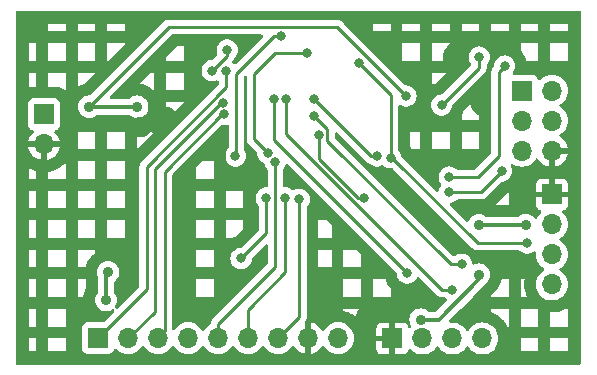
<source format=gbl>
%TF.GenerationSoftware,KiCad,Pcbnew,7.0.11*%
%TF.CreationDate,2024-06-17T21:40:26+05:30*%
%TF.ProjectId,Atmega328p_board,41746d65-6761-4333-9238-705f626f6172,1*%
%TF.SameCoordinates,Original*%
%TF.FileFunction,Copper,L2,Bot*%
%TF.FilePolarity,Positive*%
%FSLAX46Y46*%
G04 Gerber Fmt 4.6, Leading zero omitted, Abs format (unit mm)*
G04 Created by KiCad (PCBNEW 7.0.11) date 2024-06-17 21:40:26*
%MOMM*%
%LPD*%
G01*
G04 APERTURE LIST*
%TA.AperFunction,ComponentPad*%
%ADD10R,1.700000X1.700000*%
%TD*%
%TA.AperFunction,ComponentPad*%
%ADD11O,1.700000X1.700000*%
%TD*%
%TA.AperFunction,ViaPad*%
%ADD12C,0.900000*%
%TD*%
%TA.AperFunction,ViaPad*%
%ADD13C,0.800000*%
%TD*%
%TA.AperFunction,Conductor*%
%ADD14C,0.350000*%
%TD*%
%TA.AperFunction,Conductor*%
%ADD15C,0.250000*%
%TD*%
G04 APERTURE END LIST*
D10*
%TO.P,J4,1,Pin_1*%
%TO.N,/MISO*%
X162356800Y-85750400D03*
D11*
%TO.P,J4,2,Pin_2*%
%TO.N,/VCC*%
X164896800Y-85750400D03*
%TO.P,J4,3,Pin_3*%
%TO.N,/SCK*%
X162356800Y-88290400D03*
%TO.P,J4,4,Pin_4*%
%TO.N,/MOSI*%
X164896800Y-88290400D03*
%TO.P,J4,5,Pin_5*%
%TO.N,/RESET*%
X162356800Y-90830400D03*
%TO.P,J4,6,Pin_6*%
%TO.N,GND*%
X164896800Y-90830400D03*
%TD*%
D10*
%TO.P,J3,1,Pin_1*%
%TO.N,/D2*%
X126466600Y-106705400D03*
D11*
%TO.P,J3,2,Pin_2*%
%TO.N,/D3*%
X129006600Y-106705400D03*
%TO.P,J3,3,Pin_3*%
%TO.N,/D4*%
X131546600Y-106705400D03*
%TO.P,J3,4,Pin_4*%
%TO.N,/D5*%
X134086600Y-106705400D03*
%TO.P,J3,5,Pin_5*%
%TO.N,/D6*%
X136626600Y-106705400D03*
%TO.P,J3,6,Pin_6*%
%TO.N,/D7*%
X139166600Y-106705400D03*
%TO.P,J3,7,Pin_7*%
%TO.N,/D8*%
X141706600Y-106705400D03*
%TO.P,J3,8,Pin_8*%
%TO.N,GND*%
X144246600Y-106705400D03*
%TO.P,J3,9,Pin_9*%
%TO.N,/VCC*%
X146786600Y-106705400D03*
%TD*%
D10*
%TO.P,J2,1,Pin_1*%
%TO.N,GND*%
X151384000Y-106730800D03*
D11*
%TO.P,J2,2,Pin_2*%
%TO.N,/VCC*%
X153924000Y-106730800D03*
%TO.P,J2,3,Pin_3*%
%TO.N,/RX*%
X156464000Y-106730800D03*
%TO.P,J2,4,Pin_4*%
%TO.N,/TX*%
X159004000Y-106730800D03*
%TD*%
D10*
%TO.P,J1,1,Pin_1*%
%TO.N,GND*%
X164896800Y-94538800D03*
D11*
%TO.P,J1,2,Pin_2*%
%TO.N,/VCC*%
X164896800Y-97078800D03*
%TO.P,J1,3,Pin_3*%
%TO.N,/SDA*%
X164896800Y-99618800D03*
%TO.P,J1,4,Pin_4*%
%TO.N,/SCK*%
X164896800Y-102158800D03*
%TD*%
D10*
%TO.P,BT1,1,+*%
%TO.N,/VCC*%
X121894600Y-87752000D03*
D11*
%TO.P,BT1,2,-*%
%TO.N,GND*%
X121894600Y-90292000D03*
%TD*%
D12*
%TO.N,/VCC*%
X127314164Y-101118236D03*
%TO.N,GND*%
X138172664Y-102221464D03*
X145018800Y-102209600D03*
X137144800Y-89382600D03*
D13*
%TO.N,Net-(U3-PB7)*%
X140838103Y-91014729D03*
%TO.N,/D6*%
X141462800Y-91795600D03*
%TO.N,/D5*%
X140700800Y-94843600D03*
X138573300Y-99955100D03*
%TO.N,Net-(U3-PB7)*%
X144133853Y-82520547D03*
%TO.N,/SCK*%
X150098800Y-91287600D03*
X144764800Y-86461600D03*
%TO.N,/RESET*%
X160639800Y-92557600D03*
X156194800Y-94335600D03*
X157246058Y-100456157D03*
X144764800Y-87858600D03*
%TO.N,/D8*%
X143494800Y-94945200D03*
%TO.N,/D7*%
X142326400Y-94843600D03*
%TO.N,/D4*%
X137101951Y-87757848D03*
%TO.N,/D3*%
X137039878Y-86759774D03*
%TO.N,/D2*%
X137297200Y-84074000D03*
%TO.N,/VCC*%
X152537200Y-86207600D03*
D12*
X127137200Y-103479600D03*
D13*
%TO.N,/TX*%
X141351797Y-86461600D03*
X152638800Y-101193600D03*
%TO.N,/RX*%
X142351800Y-86461600D03*
%TO.N,/SDA*%
X148574800Y-83413600D03*
X137398800Y-82307600D03*
%TO.N,Net-(U3-PB6)*%
X138094933Y-91284494D03*
X141970800Y-81127600D03*
%TO.N,/RX*%
X156448800Y-102590600D03*
D12*
%TO.N,/VCC*%
X129778800Y-87096600D03*
X125714800Y-87096600D03*
X153781800Y-105130600D03*
X158717836Y-101320600D03*
X158717836Y-97146564D03*
X162671800Y-97129600D03*
%TO.N,GND*%
X149590800Y-105003600D03*
D13*
%TO.N,Net-(U3-AREF)*%
X145145800Y-89509600D03*
X148955800Y-94843600D03*
%TO.N,/MISO*%
X156194800Y-93065600D03*
X160893800Y-83667600D03*
%TO.N,/SDA*%
X162798800Y-98653600D03*
X151241800Y-91414600D03*
D12*
%TO.N,GND*%
X132064800Y-88413819D03*
X129905800Y-88366600D03*
D13*
%TO.N,Net-(D2-A)*%
X158734800Y-82905600D03*
X155559800Y-86969600D03*
%TO.N,/SDA*%
X136128800Y-84048600D03*
D12*
%TO.N,GND*%
X156956800Y-82905600D03*
X159242800Y-86588600D03*
X154470700Y-96294500D03*
X162798800Y-94589600D03*
%TD*%
D14*
%TO.N,/VCC*%
X127137200Y-103479600D02*
X127137200Y-101295200D01*
X127137200Y-101295200D02*
X127314164Y-101118236D01*
D15*
%TO.N,/D2*%
X130591600Y-102580400D02*
X130591600Y-92182746D01*
%TO.N,/SCK*%
X149590800Y-91287600D02*
X144764800Y-86461600D01*
X150098800Y-91287600D02*
X149590800Y-91287600D01*
%TO.N,/VCC*%
X152537200Y-86207600D02*
X146682200Y-80352600D01*
X146682200Y-80352600D02*
X132458800Y-80352600D01*
X132458800Y-80352600D02*
X125714800Y-87096600D01*
D14*
%TO.N,GND*%
X137271800Y-101320600D02*
X138172664Y-102221464D01*
D15*
%TO.N,/D5*%
X138573300Y-99955100D02*
X140700800Y-97827600D01*
X140700800Y-97827600D02*
X140700800Y-94843600D01*
D14*
%TO.N,GND*%
X137144800Y-101193600D02*
X137271800Y-101320600D01*
X137144800Y-89382600D02*
X137144800Y-101193600D01*
X132064800Y-88413819D02*
X129953019Y-88413819D01*
X129953019Y-88413819D02*
X129905800Y-88366600D01*
%TO.N,/VCC*%
X129778800Y-87096600D02*
X125714800Y-87096600D01*
X158717836Y-101320600D02*
X158717836Y-101718564D01*
X158717836Y-101718564D02*
X155305800Y-105130600D01*
X155305800Y-105130600D02*
X153781800Y-105130600D01*
D15*
%TO.N,Net-(U3-PB7)*%
X139684800Y-89861426D02*
X139684800Y-84302600D01*
X140838103Y-91014729D02*
X139684800Y-89861426D01*
X139684800Y-84302600D02*
X141466853Y-82520547D01*
X141466853Y-82520547D02*
X144133853Y-82520547D01*
%TO.N,/D6*%
X141462800Y-100667119D02*
X141462800Y-91795600D01*
X136626600Y-105503319D02*
X141462800Y-100667119D01*
X136626600Y-106705400D02*
X136626600Y-105503319D01*
%TO.N,/RESET*%
X158861800Y-94335600D02*
X160639800Y-92557600D01*
X156194800Y-94335600D02*
X158861800Y-94335600D01*
X157246058Y-100456157D02*
X156346357Y-100456157D01*
X156346357Y-100456157D02*
X145870800Y-89980600D01*
X145870800Y-89980600D02*
X145870800Y-88964600D01*
X145870800Y-88964600D02*
X144764800Y-87858600D01*
%TO.N,Net-(U3-AREF)*%
X148447800Y-94843600D02*
X145145800Y-91541600D01*
X148955800Y-94843600D02*
X148447800Y-94843600D01*
X145145800Y-91541600D02*
X145145800Y-89509600D01*
%TO.N,/D8*%
X143494800Y-104917200D02*
X143494800Y-94945200D01*
X141706600Y-106705400D02*
X143494800Y-104917200D01*
%TO.N,/D7*%
X139166600Y-106705400D02*
X139166600Y-104302600D01*
X142326400Y-101142800D02*
X142326400Y-94843600D01*
X139227600Y-104241600D02*
X142326400Y-101142800D01*
X139166600Y-104302600D02*
X139227600Y-104241600D01*
%TO.N,/D4*%
X131546600Y-106705400D02*
X132115600Y-106136400D01*
X136966152Y-87757848D02*
X137101951Y-87757848D01*
X132115600Y-92608400D02*
X136966152Y-87757848D01*
X132115600Y-106136400D02*
X132115600Y-92608400D01*
%TO.N,/D3*%
X136897426Y-86759774D02*
X137039878Y-86759774D01*
X131252000Y-92405200D02*
X136897426Y-86759774D01*
X131252000Y-104460000D02*
X131252000Y-92405200D01*
X129006600Y-106705400D02*
X131252000Y-104460000D01*
%TO.N,/D2*%
X137297200Y-85477146D02*
X137297200Y-84074000D01*
X130591600Y-92182746D02*
X137297200Y-85477146D01*
X126466600Y-106705400D02*
X130591600Y-102580400D01*
%TO.N,/TX*%
X141351797Y-89906597D02*
X141351797Y-86461600D01*
X152638800Y-101193600D02*
X141351797Y-89906597D01*
%TO.N,/RX*%
X142351800Y-89383996D02*
X142351800Y-86461600D01*
X155558404Y-102590600D02*
X142351800Y-89383996D01*
X156448800Y-102590600D02*
X155558404Y-102590600D01*
%TO.N,/SDA*%
X148574800Y-83413600D02*
X151241800Y-86080600D01*
X151241800Y-86080600D02*
X151241800Y-91414600D01*
X137398800Y-82307600D02*
X137398800Y-82778600D01*
X137398800Y-82778600D02*
X136128800Y-84048600D01*
%TO.N,Net-(U3-PB6)*%
X138160800Y-91218627D02*
X138094933Y-91284494D01*
X141335800Y-81127600D02*
X138160800Y-84302600D01*
X141970800Y-81127600D02*
X141335800Y-81127600D01*
X138160800Y-84302600D02*
X138160800Y-91218627D01*
D14*
%TO.N,/VCC*%
X158734800Y-97129600D02*
X158717836Y-97146564D01*
X162671800Y-97129600D02*
X158734800Y-97129600D01*
D15*
%TO.N,/SDA*%
X162798800Y-98653600D02*
X158607800Y-98653600D01*
X158607800Y-98653600D02*
X151368800Y-91414600D01*
X151368800Y-91414600D02*
X151241800Y-91414600D01*
%TO.N,/MISO*%
X156575800Y-93065600D02*
X156194800Y-93065600D01*
X158607800Y-93065600D02*
X156575800Y-93065600D01*
X160893800Y-83667600D02*
X160385800Y-84175600D01*
X160385800Y-91287600D02*
X158607800Y-93065600D01*
X160385800Y-84175600D02*
X160385800Y-91287600D01*
%TO.N,Net-(D2-A)*%
X158734800Y-83794600D02*
X158734800Y-82905600D01*
X155559800Y-86969600D02*
X158734800Y-83794600D01*
%TD*%
%TA.AperFunction,Conductor*%
%TO.N,GND*%
G36*
X138978634Y-84471869D02*
G01*
X139034567Y-84513741D01*
X139058984Y-84579205D01*
X139059300Y-84588051D01*
X139059300Y-89778681D01*
X139057575Y-89794298D01*
X139057861Y-89794325D01*
X139057126Y-89802091D01*
X139059239Y-89869298D01*
X139059300Y-89873193D01*
X139059300Y-89900783D01*
X139059803Y-89904761D01*
X139060718Y-89916393D01*
X139062090Y-89960050D01*
X139062091Y-89960053D01*
X139067680Y-89979293D01*
X139071624Y-89998337D01*
X139072495Y-90005224D01*
X139074136Y-90018218D01*
X139090214Y-90058829D01*
X139093997Y-90069878D01*
X139101176Y-90094589D01*
X139106182Y-90111816D01*
X139114636Y-90126112D01*
X139116380Y-90129060D01*
X139124936Y-90146526D01*
X139130544Y-90160687D01*
X139132314Y-90165158D01*
X139157981Y-90200486D01*
X139164393Y-90210247D01*
X139186628Y-90247843D01*
X139186633Y-90247850D01*
X139200790Y-90262006D01*
X139213428Y-90276802D01*
X139225205Y-90293012D01*
X139225206Y-90293013D01*
X139258857Y-90320851D01*
X139267498Y-90328714D01*
X139899141Y-90960357D01*
X139932626Y-91021680D01*
X139934781Y-91035076D01*
X139935963Y-91046322D01*
X139952429Y-91202985D01*
X139952430Y-91202988D01*
X140010921Y-91383006D01*
X140010924Y-91383013D01*
X140105570Y-91546945D01*
X140200863Y-91652778D01*
X140232232Y-91687617D01*
X140385368Y-91798877D01*
X140385369Y-91798877D01*
X140385373Y-91798880D01*
X140498972Y-91849458D01*
X140500742Y-91850246D01*
X140553979Y-91895496D01*
X140573626Y-91950560D01*
X140577126Y-91983856D01*
X140577127Y-91983858D01*
X140577127Y-91983860D01*
X140635618Y-92163877D01*
X140635621Y-92163884D01*
X140730267Y-92327816D01*
X140757896Y-92358501D01*
X140805450Y-92411315D01*
X140835680Y-92474306D01*
X140837300Y-92494287D01*
X140837300Y-93819100D01*
X140817615Y-93886139D01*
X140764811Y-93931894D01*
X140713300Y-93943100D01*
X140606154Y-93943100D01*
X140602960Y-93943779D01*
X140420997Y-93982455D01*
X140420992Y-93982457D01*
X140248070Y-94059448D01*
X140248065Y-94059451D01*
X140094929Y-94170711D01*
X139968266Y-94311385D01*
X139873621Y-94475315D01*
X139873618Y-94475322D01*
X139829635Y-94610689D01*
X139815126Y-94655344D01*
X139795340Y-94843600D01*
X139815126Y-95031856D01*
X139815127Y-95031859D01*
X139873618Y-95211877D01*
X139873621Y-95211884D01*
X139968267Y-95375816D01*
X140011572Y-95423910D01*
X140043450Y-95459315D01*
X140073680Y-95522306D01*
X140075300Y-95542287D01*
X140075300Y-97517147D01*
X140055615Y-97584186D01*
X140038981Y-97604828D01*
X138625528Y-99018281D01*
X138564205Y-99051766D01*
X138537847Y-99054600D01*
X138478654Y-99054600D01*
X138446197Y-99061498D01*
X138293497Y-99093955D01*
X138293492Y-99093957D01*
X138120570Y-99170948D01*
X138120565Y-99170951D01*
X137967429Y-99282211D01*
X137840766Y-99422885D01*
X137746121Y-99586815D01*
X137746118Y-99586822D01*
X137688799Y-99763233D01*
X137687626Y-99766844D01*
X137667840Y-99955100D01*
X137687626Y-100143356D01*
X137687627Y-100143359D01*
X137746118Y-100323377D01*
X137746121Y-100323384D01*
X137840767Y-100487316D01*
X137931074Y-100587612D01*
X137967429Y-100627988D01*
X138120565Y-100739248D01*
X138120570Y-100739251D01*
X138293492Y-100816242D01*
X138293497Y-100816244D01*
X138478654Y-100855600D01*
X138478655Y-100855600D01*
X138667944Y-100855600D01*
X138667946Y-100855600D01*
X138853103Y-100816244D01*
X139026030Y-100739251D01*
X139179171Y-100627988D01*
X139305833Y-100487316D01*
X139400479Y-100323384D01*
X139458974Y-100143356D01*
X139476621Y-99975444D01*
X139503204Y-99910834D01*
X139512251Y-99900738D01*
X140625619Y-98787371D01*
X140686942Y-98753886D01*
X140756634Y-98758870D01*
X140812567Y-98800742D01*
X140836984Y-98866206D01*
X140837300Y-98875052D01*
X140837300Y-100356665D01*
X140817615Y-100423704D01*
X140800981Y-100444346D01*
X136242808Y-105002518D01*
X136230551Y-105012339D01*
X136230734Y-105012560D01*
X136224722Y-105017533D01*
X136178698Y-105066542D01*
X136175991Y-105069335D01*
X136156489Y-105088836D01*
X136156475Y-105088853D01*
X136154007Y-105092034D01*
X136146443Y-105100889D01*
X136116537Y-105132737D01*
X136116536Y-105132739D01*
X136106884Y-105150295D01*
X136096210Y-105166545D01*
X136083929Y-105182380D01*
X136083924Y-105182387D01*
X136066575Y-105222477D01*
X136061438Y-105232963D01*
X136040403Y-105271225D01*
X136035422Y-105290626D01*
X136029121Y-105309029D01*
X136021162Y-105327421D01*
X136021161Y-105327424D01*
X136014328Y-105370562D01*
X136011960Y-105381993D01*
X136001101Y-105424290D01*
X136001100Y-105424301D01*
X136001100Y-105430173D01*
X135981415Y-105497212D01*
X135948223Y-105531748D01*
X135755197Y-105666905D01*
X135588105Y-105833997D01*
X135458175Y-106019558D01*
X135403598Y-106063183D01*
X135334100Y-106070377D01*
X135271745Y-106038854D01*
X135255025Y-106019558D01*
X135125094Y-105833997D01*
X134958002Y-105666906D01*
X134957995Y-105666901D01*
X134764434Y-105531367D01*
X134764430Y-105531365D01*
X134727525Y-105514156D01*
X134550263Y-105431497D01*
X134550259Y-105431496D01*
X134550255Y-105431494D01*
X134322013Y-105370338D01*
X134322003Y-105370336D01*
X134086601Y-105349741D01*
X134086599Y-105349741D01*
X133851196Y-105370336D01*
X133851186Y-105370338D01*
X133622944Y-105431494D01*
X133622935Y-105431498D01*
X133408771Y-105531364D01*
X133408769Y-105531365D01*
X133215197Y-105666905D01*
X133048105Y-105833997D01*
X132966675Y-105950293D01*
X132912098Y-105993918D01*
X132842600Y-106001112D01*
X132780245Y-105969589D01*
X132744831Y-105909359D01*
X132741100Y-105879170D01*
X132741100Y-101716600D01*
X134739800Y-101716600D01*
X134739800Y-103218600D01*
X136241800Y-103218600D01*
X136241800Y-101716600D01*
X134739800Y-101716600D01*
X132741100Y-101716600D01*
X132741100Y-99216600D01*
X134739800Y-99216600D01*
X134739800Y-100718600D01*
X136241800Y-100718600D01*
X136241800Y-99216600D01*
X134739800Y-99216600D01*
X132741100Y-99216600D01*
X132741100Y-96716600D01*
X134739800Y-96716600D01*
X134739800Y-98218600D01*
X136241800Y-98218600D01*
X136241800Y-96716600D01*
X137239800Y-96716600D01*
X137239800Y-98218600D01*
X137805905Y-98218600D01*
X137911451Y-98171607D01*
X137917448Y-98169123D01*
X137954129Y-98155042D01*
X137960254Y-98152873D01*
X138009974Y-98136720D01*
X138016195Y-98134877D01*
X138054128Y-98124713D01*
X138060440Y-98123198D01*
X138122395Y-98110028D01*
X138741800Y-97490624D01*
X138741800Y-96716600D01*
X137239800Y-96716600D01*
X136241800Y-96716600D01*
X134739800Y-96716600D01*
X132741100Y-96716600D01*
X132741100Y-94216600D01*
X134739800Y-94216600D01*
X134739800Y-95718600D01*
X136241800Y-95718600D01*
X136241800Y-94216600D01*
X137239800Y-94216600D01*
X137239800Y-95718600D01*
X138741800Y-95718600D01*
X138741800Y-94216600D01*
X137239800Y-94216600D01*
X136241800Y-94216600D01*
X134739800Y-94216600D01*
X132741100Y-94216600D01*
X132741100Y-93218600D01*
X134739800Y-93218600D01*
X136241800Y-93218600D01*
X136241800Y-91718775D01*
X136241217Y-91716600D01*
X135303374Y-91716600D01*
X134739800Y-92280174D01*
X134739800Y-93218600D01*
X132741100Y-93218600D01*
X132741100Y-92918852D01*
X132760785Y-92851813D01*
X132777419Y-92831171D01*
X136913923Y-88694667D01*
X136975246Y-88661182D01*
X137001604Y-88658348D01*
X137196595Y-88658348D01*
X137196597Y-88658348D01*
X137381754Y-88618992D01*
X137381757Y-88618990D01*
X137385519Y-88618191D01*
X137455186Y-88623507D01*
X137510920Y-88665644D01*
X137535025Y-88731224D01*
X137535300Y-88739481D01*
X137535300Y-90514831D01*
X137515615Y-90581870D01*
X137492790Y-90606046D01*
X137493886Y-90607263D01*
X137489056Y-90611610D01*
X137362399Y-90752279D01*
X137267754Y-90916209D01*
X137267751Y-90916216D01*
X137219392Y-91065052D01*
X137209259Y-91096238D01*
X137189473Y-91284494D01*
X137209259Y-91472750D01*
X137209260Y-91472753D01*
X137267751Y-91652771D01*
X137267754Y-91652778D01*
X137362400Y-91816710D01*
X137464803Y-91930440D01*
X137489062Y-91957382D01*
X137642198Y-92068642D01*
X137642203Y-92068645D01*
X137815125Y-92145636D01*
X137815130Y-92145638D01*
X138000287Y-92184994D01*
X138000288Y-92184994D01*
X138189577Y-92184994D01*
X138189579Y-92184994D01*
X138374736Y-92145638D01*
X138547663Y-92068645D01*
X138700804Y-91957382D01*
X138827466Y-91816710D01*
X138922112Y-91652778D01*
X138980607Y-91472750D01*
X139000393Y-91284494D01*
X138980607Y-91096238D01*
X138922112Y-90916210D01*
X138854374Y-90798884D01*
X138827468Y-90752281D01*
X138827467Y-90752279D01*
X138827466Y-90752278D01*
X138818149Y-90741930D01*
X138787920Y-90678938D01*
X138786300Y-90658959D01*
X138786300Y-84613051D01*
X138805985Y-84546012D01*
X138822615Y-84525374D01*
X138847620Y-84500369D01*
X138908942Y-84466885D01*
X138978634Y-84471869D01*
G37*
%TD.AperFunction*%
%TA.AperFunction,Conductor*%
G36*
X167313839Y-78988285D02*
G01*
X167359594Y-79041089D01*
X167370800Y-79092600D01*
X167370800Y-108816600D01*
X167351115Y-108883639D01*
X167298311Y-108929394D01*
X167246800Y-108940600D01*
X119615800Y-108940600D01*
X119548761Y-108920915D01*
X119503006Y-108868111D01*
X119491800Y-108816600D01*
X119491800Y-106716600D01*
X120615800Y-106716600D01*
X120615800Y-107816600D01*
X121241800Y-107816600D01*
X121241800Y-106716600D01*
X122239800Y-106716600D01*
X122239800Y-107816600D01*
X123741800Y-107816600D01*
X123741800Y-106716600D01*
X122239800Y-106716600D01*
X121241800Y-106716600D01*
X120615800Y-106716600D01*
X119491800Y-106716600D01*
X119491800Y-104216600D01*
X120615800Y-104216600D01*
X120615800Y-105718600D01*
X121241800Y-105718600D01*
X121241800Y-104216600D01*
X122239800Y-104216600D01*
X122239800Y-105718600D01*
X123741800Y-105718600D01*
X123741800Y-104216600D01*
X122239800Y-104216600D01*
X121241800Y-104216600D01*
X120615800Y-104216600D01*
X119491800Y-104216600D01*
X119491800Y-101716600D01*
X120615800Y-101716600D01*
X120615800Y-103218600D01*
X121241800Y-103218600D01*
X121241800Y-101716600D01*
X122239800Y-101716600D01*
X122239800Y-103218600D01*
X123741800Y-103218600D01*
X123741800Y-101716600D01*
X124739800Y-101716600D01*
X124739800Y-103218600D01*
X125204978Y-103218600D01*
X125209660Y-103171060D01*
X125210406Y-103165016D01*
X125215811Y-103128585D01*
X125216851Y-103122591D01*
X125226412Y-103074526D01*
X125227745Y-103068588D01*
X125236691Y-103032874D01*
X125238315Y-103027008D01*
X125306890Y-102800949D01*
X125308798Y-102795171D01*
X125321199Y-102760512D01*
X125323389Y-102754837D01*
X125342141Y-102709562D01*
X125344608Y-102703995D01*
X125360356Y-102670698D01*
X125363093Y-102665261D01*
X125463700Y-102477037D01*
X125463700Y-101730448D01*
X125459499Y-101716600D01*
X124739800Y-101716600D01*
X123741800Y-101716600D01*
X122239800Y-101716600D01*
X121241800Y-101716600D01*
X120615800Y-101716600D01*
X119491800Y-101716600D01*
X119491800Y-99216600D01*
X120615800Y-99216600D01*
X120615800Y-100718600D01*
X121241800Y-100718600D01*
X121241800Y-99216600D01*
X122239800Y-99216600D01*
X122239800Y-100718600D01*
X123741800Y-100718600D01*
X123741800Y-99216600D01*
X124739800Y-99216600D01*
X124739800Y-100718600D01*
X125402294Y-100718600D01*
X125403376Y-100713162D01*
X125404709Y-100707224D01*
X125413655Y-100671510D01*
X125415279Y-100665644D01*
X125483854Y-100439585D01*
X125485762Y-100433807D01*
X125498163Y-100399148D01*
X125500353Y-100393473D01*
X125519105Y-100348198D01*
X125521572Y-100342631D01*
X125537320Y-100309334D01*
X125540057Y-100303897D01*
X125651419Y-100095552D01*
X125654418Y-100090258D01*
X125673344Y-100058681D01*
X125676599Y-100053540D01*
X125703826Y-100012790D01*
X125707332Y-100007812D01*
X125729272Y-99978229D01*
X125733017Y-99973430D01*
X125882888Y-99790812D01*
X125886863Y-99786203D01*
X125911591Y-99758920D01*
X125915788Y-99754513D01*
X125950441Y-99719860D01*
X125954848Y-99715663D01*
X125982131Y-99690935D01*
X125986740Y-99686960D01*
X126169358Y-99537089D01*
X126174157Y-99533344D01*
X126203740Y-99511404D01*
X126208718Y-99507898D01*
X126241800Y-99485794D01*
X126241800Y-99216600D01*
X124739800Y-99216600D01*
X123741800Y-99216600D01*
X122239800Y-99216600D01*
X121241800Y-99216600D01*
X120615800Y-99216600D01*
X119491800Y-99216600D01*
X119491800Y-96716600D01*
X120615800Y-96716600D01*
X120615800Y-98218600D01*
X121241800Y-98218600D01*
X121241800Y-96716600D01*
X122239800Y-96716600D01*
X122239800Y-98218600D01*
X123741800Y-98218600D01*
X123741800Y-96716600D01*
X124739800Y-96716600D01*
X124739800Y-98218600D01*
X126241800Y-98218600D01*
X126241800Y-96716600D01*
X127239800Y-96716600D01*
X127239800Y-98218600D01*
X128741800Y-98218600D01*
X128741800Y-96716600D01*
X127239800Y-96716600D01*
X126241800Y-96716600D01*
X124739800Y-96716600D01*
X123741800Y-96716600D01*
X122239800Y-96716600D01*
X121241800Y-96716600D01*
X120615800Y-96716600D01*
X119491800Y-96716600D01*
X119491800Y-94216600D01*
X120615800Y-94216600D01*
X120615800Y-95718600D01*
X121241800Y-95718600D01*
X121241800Y-94216600D01*
X122239800Y-94216600D01*
X122239800Y-95718600D01*
X123741800Y-95718600D01*
X123741800Y-94216600D01*
X124739800Y-94216600D01*
X124739800Y-95718600D01*
X126241800Y-95718600D01*
X126241800Y-94216600D01*
X127239800Y-94216600D01*
X127239800Y-95718600D01*
X128741800Y-95718600D01*
X128741800Y-94216600D01*
X127239800Y-94216600D01*
X126241800Y-94216600D01*
X124739800Y-94216600D01*
X123741800Y-94216600D01*
X122239800Y-94216600D01*
X121241800Y-94216600D01*
X120615800Y-94216600D01*
X119491800Y-94216600D01*
X119491800Y-92262953D01*
X120615800Y-92262953D01*
X120615800Y-93218600D01*
X121241800Y-93218600D01*
X122239800Y-93218600D01*
X123741800Y-93218600D01*
X123741800Y-91747534D01*
X123737731Y-91753346D01*
X123734535Y-91757706D01*
X123714617Y-91783665D01*
X123711230Y-91787885D01*
X123683233Y-91821252D01*
X123679665Y-91825320D01*
X123657547Y-91849458D01*
X123653805Y-91853367D01*
X123455967Y-92051205D01*
X123452058Y-92054947D01*
X123427920Y-92077065D01*
X123423852Y-92080633D01*
X123390485Y-92108630D01*
X123386265Y-92112017D01*
X123360306Y-92131935D01*
X123355946Y-92135131D01*
X123126766Y-92295607D01*
X123122264Y-92298616D01*
X123094648Y-92316208D01*
X123090024Y-92319013D01*
X123052300Y-92340792D01*
X123047558Y-92343394D01*
X123018537Y-92358501D01*
X123013686Y-92360893D01*
X122760135Y-92479126D01*
X122755184Y-92481304D01*
X122724964Y-92493822D01*
X122719928Y-92495781D01*
X122678996Y-92510682D01*
X122673867Y-92512424D01*
X122642631Y-92522273D01*
X122637435Y-92523787D01*
X122239800Y-92630330D01*
X122239800Y-93218600D01*
X121241800Y-93218600D01*
X121241800Y-92547911D01*
X121151765Y-92523787D01*
X121146569Y-92522273D01*
X121115333Y-92512424D01*
X121110204Y-92510682D01*
X121069272Y-92495781D01*
X121064236Y-92493822D01*
X121034016Y-92481304D01*
X121029065Y-92479126D01*
X120775514Y-92360893D01*
X120770663Y-92358501D01*
X120741642Y-92343394D01*
X120736900Y-92340792D01*
X120699176Y-92319013D01*
X120694552Y-92316208D01*
X120666936Y-92298616D01*
X120662434Y-92295607D01*
X120615800Y-92262953D01*
X119491800Y-92262953D01*
X119491800Y-91716600D01*
X124739800Y-91716600D01*
X124739800Y-93218600D01*
X126241800Y-93218600D01*
X126241800Y-91716600D01*
X127239800Y-91716600D01*
X127239800Y-93218600D01*
X128741800Y-93218600D01*
X128741800Y-91716600D01*
X127239800Y-91716600D01*
X126241800Y-91716600D01*
X124739800Y-91716600D01*
X119491800Y-91716600D01*
X119491800Y-88649870D01*
X120544100Y-88649870D01*
X120544101Y-88649876D01*
X120550508Y-88709483D01*
X120600802Y-88844328D01*
X120600806Y-88844335D01*
X120687052Y-88959544D01*
X120687055Y-88959547D01*
X120802264Y-89045793D01*
X120802271Y-89045797D01*
X120864502Y-89069007D01*
X120934198Y-89095002D01*
X120990131Y-89136873D01*
X121014549Y-89202337D01*
X120999698Y-89270610D01*
X120978547Y-89298865D01*
X120856486Y-89420926D01*
X120721000Y-89614420D01*
X120720999Y-89614422D01*
X120621170Y-89828507D01*
X120621167Y-89828513D01*
X120563964Y-90041999D01*
X120563964Y-90042000D01*
X121460914Y-90042000D01*
X121435107Y-90082156D01*
X121394600Y-90220111D01*
X121394600Y-90363889D01*
X121435107Y-90501844D01*
X121460914Y-90542000D01*
X120563964Y-90542000D01*
X120621167Y-90755486D01*
X120621170Y-90755492D01*
X120720999Y-90969578D01*
X120856494Y-91163082D01*
X121023517Y-91330105D01*
X121217021Y-91465600D01*
X121431107Y-91565429D01*
X121431116Y-91565433D01*
X121644600Y-91622634D01*
X121644600Y-90727501D01*
X121752285Y-90776680D01*
X121858837Y-90792000D01*
X121930363Y-90792000D01*
X122036915Y-90776680D01*
X122144600Y-90727501D01*
X122144600Y-91622633D01*
X122358083Y-91565433D01*
X122358092Y-91565429D01*
X122572178Y-91465600D01*
X122765682Y-91330105D01*
X122932705Y-91163082D01*
X123068200Y-90969578D01*
X123168029Y-90755492D01*
X123168032Y-90755486D01*
X123225236Y-90542000D01*
X122328286Y-90542000D01*
X122354093Y-90501844D01*
X122394600Y-90363889D01*
X122394600Y-90220111D01*
X122354093Y-90082156D01*
X122328286Y-90042000D01*
X123225236Y-90042000D01*
X123225235Y-90041999D01*
X123168032Y-89828513D01*
X123168029Y-89828507D01*
X123068200Y-89614422D01*
X123068199Y-89614420D01*
X122932713Y-89420926D01*
X122932708Y-89420920D01*
X122810653Y-89298865D01*
X122777168Y-89237542D01*
X122778666Y-89216600D01*
X124739800Y-89216600D01*
X124739800Y-90718600D01*
X126241800Y-90718600D01*
X126241800Y-89216600D01*
X127239800Y-89216600D01*
X127239800Y-90718600D01*
X128741800Y-90718600D01*
X129739800Y-90718600D01*
X129759768Y-90718600D01*
X131127458Y-89350908D01*
X131090651Y-89317354D01*
X131075236Y-89300444D01*
X131011920Y-89216600D01*
X130923022Y-89216600D01*
X130895364Y-89253225D01*
X130879948Y-89270135D01*
X130715598Y-89419960D01*
X130697338Y-89433750D01*
X130508256Y-89550825D01*
X130487772Y-89561025D01*
X130280396Y-89641363D01*
X130258387Y-89647625D01*
X130039781Y-89688489D01*
X130016996Y-89690600D01*
X129794604Y-89690600D01*
X129771819Y-89688489D01*
X129739800Y-89682503D01*
X129739800Y-90718600D01*
X128741800Y-90718600D01*
X128741800Y-89216600D01*
X127239800Y-89216600D01*
X126241800Y-89216600D01*
X124739800Y-89216600D01*
X122778666Y-89216600D01*
X122782152Y-89167850D01*
X122824024Y-89111917D01*
X122855000Y-89095002D01*
X122986931Y-89045796D01*
X123102146Y-88959546D01*
X123188396Y-88844331D01*
X123238691Y-88709483D01*
X123245100Y-88649873D01*
X123245099Y-87096600D01*
X124759701Y-87096600D01*
X124778052Y-87282931D01*
X124778053Y-87282933D01*
X124832404Y-87462102D01*
X124920662Y-87627223D01*
X124920664Y-87627226D01*
X125039442Y-87771957D01*
X125184173Y-87890735D01*
X125184176Y-87890737D01*
X125349297Y-87978995D01*
X125349299Y-87978996D01*
X125528466Y-88033346D01*
X125528468Y-88033347D01*
X125545174Y-88034992D01*
X125714800Y-88051699D01*
X125901131Y-88033347D01*
X126080301Y-87978996D01*
X126245425Y-87890736D01*
X126355686Y-87800247D01*
X126419996Y-87772934D01*
X126434351Y-87772100D01*
X129059249Y-87772100D01*
X129126288Y-87791785D01*
X129137914Y-87800247D01*
X129248173Y-87890735D01*
X129248176Y-87890737D01*
X129413297Y-87978995D01*
X129413299Y-87978996D01*
X129592466Y-88033346D01*
X129592468Y-88033347D01*
X129609174Y-88034992D01*
X129778800Y-88051699D01*
X129965131Y-88033347D01*
X130144301Y-87978996D01*
X130309425Y-87890736D01*
X130454157Y-87771957D01*
X130572936Y-87627225D01*
X130661196Y-87462101D01*
X130715547Y-87282931D01*
X130733899Y-87096600D01*
X130715547Y-86910269D01*
X130661196Y-86731099D01*
X130653446Y-86716600D01*
X132239800Y-86716600D01*
X132239800Y-87099597D01*
X132417387Y-87132794D01*
X132439396Y-87139056D01*
X132646772Y-87219394D01*
X132667256Y-87229594D01*
X132856338Y-87346669D01*
X132874598Y-87360459D01*
X133001877Y-87476489D01*
X133741800Y-86736567D01*
X133741800Y-86716600D01*
X132239800Y-86716600D01*
X130653446Y-86716600D01*
X130623016Y-86659669D01*
X130572937Y-86565976D01*
X130572935Y-86565973D01*
X130454157Y-86421242D01*
X130309426Y-86302464D01*
X130309423Y-86302462D01*
X130144302Y-86214204D01*
X129965133Y-86159853D01*
X129965131Y-86159852D01*
X129778800Y-86141501D01*
X129592468Y-86159852D01*
X129592466Y-86159853D01*
X129413297Y-86214204D01*
X129248176Y-86302462D01*
X129248173Y-86302464D01*
X129137914Y-86392953D01*
X129073604Y-86420266D01*
X129059249Y-86421100D01*
X127574252Y-86421100D01*
X127507213Y-86401415D01*
X127461458Y-86348611D01*
X127451514Y-86279453D01*
X127480539Y-86215897D01*
X127486571Y-86209419D01*
X128540292Y-85155698D01*
X129951674Y-85155698D01*
X130087340Y-85169060D01*
X130093384Y-85169806D01*
X130129815Y-85175211D01*
X130135809Y-85176251D01*
X130183874Y-85185812D01*
X130189812Y-85187145D01*
X130225526Y-85196091D01*
X130231392Y-85197715D01*
X130457451Y-85266290D01*
X130463229Y-85268198D01*
X130497888Y-85280599D01*
X130503563Y-85282789D01*
X130548838Y-85301541D01*
X130554405Y-85304008D01*
X130587702Y-85319756D01*
X130593139Y-85322493D01*
X130801484Y-85433855D01*
X130806778Y-85436854D01*
X130838355Y-85455780D01*
X130843496Y-85459035D01*
X130884246Y-85486262D01*
X130889224Y-85489768D01*
X130918807Y-85511708D01*
X130923606Y-85515453D01*
X131106224Y-85665324D01*
X131110833Y-85669299D01*
X131138116Y-85694027D01*
X131142523Y-85698224D01*
X131162899Y-85718600D01*
X131241800Y-85718600D01*
X131241800Y-84216600D01*
X132239800Y-84216600D01*
X132239800Y-85718600D01*
X133741800Y-85718600D01*
X133741800Y-84216600D01*
X132239800Y-84216600D01*
X131241800Y-84216600D01*
X130890774Y-84216600D01*
X129951674Y-85155698D01*
X128540292Y-85155698D01*
X130006177Y-83689814D01*
X130477391Y-83218600D01*
X132239800Y-83218600D01*
X133741800Y-83218600D01*
X133741800Y-81976100D01*
X133131275Y-81976100D01*
X132239800Y-82867574D01*
X132239800Y-83218600D01*
X130477391Y-83218600D01*
X132681572Y-81014419D01*
X132742895Y-80980934D01*
X132769253Y-80978100D01*
X140301348Y-80978100D01*
X140368387Y-80997785D01*
X140414142Y-81050589D01*
X140424086Y-81119747D01*
X140395061Y-81183303D01*
X140389029Y-81189781D01*
X138125584Y-83453224D01*
X138064261Y-83486709D01*
X137994569Y-83481725D01*
X137945753Y-83448515D01*
X137903070Y-83401111D01*
X137880252Y-83384533D01*
X137837586Y-83329204D01*
X137831607Y-83259590D01*
X137864212Y-83197795D01*
X137865408Y-83196582D01*
X137868920Y-83193071D01*
X137871376Y-83189903D01*
X137878956Y-83181027D01*
X137908862Y-83149182D01*
X137918513Y-83131624D01*
X137929196Y-83115361D01*
X137941473Y-83099536D01*
X137958821Y-83059444D01*
X137963960Y-83048956D01*
X137965962Y-83045316D01*
X137984997Y-83010692D01*
X137984997Y-83010690D01*
X137988756Y-83003854D01*
X137990092Y-83004588D01*
X138005828Y-82979203D01*
X138023187Y-82959924D01*
X138131333Y-82839816D01*
X138225979Y-82675884D01*
X138284474Y-82495856D01*
X138304260Y-82307600D01*
X138284474Y-82119344D01*
X138225979Y-81939316D01*
X138131333Y-81775384D01*
X138004671Y-81634712D01*
X138004670Y-81634711D01*
X137851534Y-81523451D01*
X137851529Y-81523448D01*
X137678607Y-81446457D01*
X137678602Y-81446455D01*
X137532801Y-81415465D01*
X137493446Y-81407100D01*
X137304154Y-81407100D01*
X137271697Y-81413998D01*
X137118997Y-81446455D01*
X137118992Y-81446457D01*
X136946070Y-81523448D01*
X136946065Y-81523451D01*
X136792929Y-81634711D01*
X136666266Y-81775385D01*
X136571621Y-81939315D01*
X136571618Y-81939322D01*
X136537458Y-82044457D01*
X136513126Y-82119344D01*
X136493340Y-82307600D01*
X136513126Y-82495856D01*
X136513127Y-82495859D01*
X136559249Y-82637809D01*
X136561244Y-82707650D01*
X136528999Y-82763808D01*
X136181028Y-83111781D01*
X136119705Y-83145266D01*
X136093347Y-83148100D01*
X136034154Y-83148100D01*
X136001697Y-83154998D01*
X135848997Y-83187455D01*
X135848992Y-83187457D01*
X135676070Y-83264448D01*
X135676065Y-83264451D01*
X135522929Y-83375711D01*
X135396266Y-83516385D01*
X135301621Y-83680315D01*
X135301618Y-83680322D01*
X135244970Y-83854668D01*
X135243126Y-83860344D01*
X135223340Y-84048600D01*
X135243126Y-84236856D01*
X135243127Y-84236859D01*
X135301618Y-84416877D01*
X135301621Y-84416884D01*
X135396267Y-84580816D01*
X135514297Y-84711901D01*
X135522929Y-84721488D01*
X135676065Y-84832748D01*
X135676070Y-84832751D01*
X135848992Y-84909742D01*
X135848997Y-84909744D01*
X136034154Y-84949100D01*
X136034155Y-84949100D01*
X136223444Y-84949100D01*
X136223446Y-84949100D01*
X136408603Y-84909744D01*
X136497264Y-84870268D01*
X136566513Y-84860983D01*
X136629790Y-84890611D01*
X136667004Y-84949746D01*
X136671700Y-84983548D01*
X136671700Y-85166692D01*
X136652015Y-85233731D01*
X136635381Y-85254373D01*
X130207808Y-91681945D01*
X130195551Y-91691766D01*
X130195734Y-91691987D01*
X130189722Y-91696960D01*
X130143698Y-91745969D01*
X130140991Y-91748762D01*
X130121489Y-91768263D01*
X130121475Y-91768280D01*
X130119007Y-91771461D01*
X130111443Y-91780316D01*
X130081537Y-91812164D01*
X130081536Y-91812166D01*
X130071884Y-91829722D01*
X130061210Y-91845972D01*
X130048929Y-91861807D01*
X130048924Y-91861814D01*
X130031575Y-91901904D01*
X130026438Y-91912390D01*
X130005403Y-91950652D01*
X130000422Y-91970053D01*
X129994121Y-91988456D01*
X129986162Y-92006848D01*
X129986161Y-92006851D01*
X129979328Y-92049989D01*
X129976960Y-92061420D01*
X129966101Y-92103717D01*
X129966100Y-92103728D01*
X129966100Y-92123762D01*
X129964573Y-92143159D01*
X129961440Y-92162942D01*
X129961529Y-92163884D01*
X129965550Y-92206420D01*
X129966100Y-92218089D01*
X129966100Y-102269946D01*
X129946415Y-102336985D01*
X129929781Y-102357627D01*
X128125154Y-104162253D01*
X128063831Y-104195738D01*
X127994139Y-104190754D01*
X127938206Y-104148882D01*
X127913789Y-104083418D01*
X127928534Y-104015634D01*
X127928465Y-104015597D01*
X127928595Y-104015351D01*
X127928641Y-104015145D01*
X127929193Y-104014233D01*
X127931335Y-104010226D01*
X127931336Y-104010225D01*
X128019596Y-103845101D01*
X128073947Y-103665931D01*
X128092299Y-103479600D01*
X128073947Y-103293269D01*
X128019596Y-103114099D01*
X127991065Y-103060720D01*
X127931337Y-102948976D01*
X127931335Y-102948973D01*
X127840847Y-102838714D01*
X127813534Y-102774404D01*
X127812700Y-102760049D01*
X127812700Y-101997353D01*
X127832385Y-101930314D01*
X127858031Y-101901504D01*
X127989521Y-101793593D01*
X128108300Y-101648861D01*
X128196560Y-101483737D01*
X128250911Y-101304567D01*
X128269263Y-101118236D01*
X128251346Y-100936317D01*
X128250911Y-100931904D01*
X128250910Y-100931902D01*
X128215825Y-100816244D01*
X128196560Y-100752735D01*
X128150009Y-100665644D01*
X128108301Y-100587612D01*
X128108299Y-100587609D01*
X127989521Y-100442878D01*
X127844790Y-100324100D01*
X127844787Y-100324098D01*
X127679666Y-100235840D01*
X127500497Y-100181489D01*
X127500495Y-100181488D01*
X127314164Y-100163137D01*
X127127832Y-100181488D01*
X127127830Y-100181489D01*
X126948661Y-100235840D01*
X126783540Y-100324098D01*
X126783537Y-100324100D01*
X126638806Y-100442878D01*
X126520028Y-100587609D01*
X126520026Y-100587612D01*
X126431768Y-100752733D01*
X126377417Y-100931902D01*
X126377416Y-100931904D01*
X126359065Y-101118236D01*
X126377416Y-101304567D01*
X126377417Y-101304569D01*
X126431767Y-101483736D01*
X126440447Y-101499975D01*
X126444166Y-101506933D01*
X126447058Y-101512342D01*
X126461700Y-101570796D01*
X126461700Y-102760049D01*
X126442015Y-102827088D01*
X126433553Y-102838714D01*
X126343064Y-102948973D01*
X126343062Y-102948976D01*
X126254804Y-103114097D01*
X126200453Y-103293266D01*
X126200452Y-103293268D01*
X126182101Y-103479600D01*
X126200452Y-103665931D01*
X126200453Y-103665933D01*
X126254804Y-103845102D01*
X126343062Y-104010223D01*
X126343064Y-104010226D01*
X126461842Y-104154957D01*
X126606573Y-104273735D01*
X126606576Y-104273737D01*
X126770013Y-104361095D01*
X126771699Y-104361996D01*
X126899305Y-104400705D01*
X126950866Y-104416346D01*
X126950868Y-104416347D01*
X126967574Y-104417992D01*
X127137200Y-104434699D01*
X127323531Y-104416347D01*
X127502701Y-104361996D01*
X127597267Y-104311449D01*
X127673197Y-104270865D01*
X127674483Y-104273271D01*
X127729924Y-104255894D01*
X127797309Y-104274360D01*
X127844014Y-104326326D01*
X127855210Y-104395293D01*
X127827342Y-104459365D01*
X127819853Y-104467555D01*
X126968826Y-105318581D01*
X126907503Y-105352066D01*
X126881145Y-105354900D01*
X125568729Y-105354900D01*
X125568723Y-105354901D01*
X125509116Y-105361308D01*
X125374271Y-105411602D01*
X125374264Y-105411606D01*
X125259055Y-105497852D01*
X125259052Y-105497855D01*
X125172806Y-105613064D01*
X125172802Y-105613071D01*
X125122508Y-105747917D01*
X125116101Y-105807516D01*
X125116100Y-105807535D01*
X125116100Y-107603270D01*
X125116101Y-107603276D01*
X125122508Y-107662883D01*
X125172802Y-107797728D01*
X125172806Y-107797735D01*
X125259052Y-107912944D01*
X125259055Y-107912947D01*
X125374264Y-107999193D01*
X125374271Y-107999197D01*
X125509117Y-108049491D01*
X125509116Y-108049491D01*
X125516044Y-108050235D01*
X125568727Y-108055900D01*
X127364472Y-108055899D01*
X127424083Y-108049491D01*
X127558931Y-107999196D01*
X127674146Y-107912946D01*
X127760396Y-107797731D01*
X127809410Y-107666316D01*
X127851281Y-107610384D01*
X127916745Y-107585966D01*
X127985018Y-107600817D01*
X128013273Y-107621969D01*
X128135199Y-107743895D01*
X128231984Y-107811665D01*
X128328765Y-107879432D01*
X128328767Y-107879433D01*
X128328770Y-107879435D01*
X128542937Y-107979303D01*
X128771192Y-108040463D01*
X128947634Y-108055900D01*
X129006599Y-108061059D01*
X129006600Y-108061059D01*
X129006601Y-108061059D01*
X129065566Y-108055900D01*
X129242008Y-108040463D01*
X129470263Y-107979303D01*
X129684430Y-107879435D01*
X129878001Y-107743895D01*
X130045095Y-107576801D01*
X130175025Y-107391242D01*
X130229602Y-107347617D01*
X130299100Y-107340423D01*
X130361455Y-107371946D01*
X130378175Y-107391242D01*
X130508100Y-107576795D01*
X130508105Y-107576801D01*
X130675199Y-107743895D01*
X130771984Y-107811665D01*
X130868765Y-107879432D01*
X130868767Y-107879433D01*
X130868770Y-107879435D01*
X131082937Y-107979303D01*
X131311192Y-108040463D01*
X131487634Y-108055900D01*
X131546599Y-108061059D01*
X131546600Y-108061059D01*
X131546601Y-108061059D01*
X131605566Y-108055900D01*
X131782008Y-108040463D01*
X132010263Y-107979303D01*
X132224430Y-107879435D01*
X132418001Y-107743895D01*
X132585095Y-107576801D01*
X132715025Y-107391242D01*
X132769602Y-107347617D01*
X132839100Y-107340423D01*
X132901455Y-107371946D01*
X132918175Y-107391242D01*
X133048100Y-107576795D01*
X133048105Y-107576801D01*
X133215199Y-107743895D01*
X133311984Y-107811665D01*
X133408765Y-107879432D01*
X133408767Y-107879433D01*
X133408770Y-107879435D01*
X133622937Y-107979303D01*
X133851192Y-108040463D01*
X134027634Y-108055900D01*
X134086599Y-108061059D01*
X134086600Y-108061059D01*
X134086601Y-108061059D01*
X134145566Y-108055900D01*
X134322008Y-108040463D01*
X134550263Y-107979303D01*
X134764430Y-107879435D01*
X134958001Y-107743895D01*
X135125095Y-107576801D01*
X135255025Y-107391242D01*
X135309602Y-107347617D01*
X135379100Y-107340423D01*
X135441455Y-107371946D01*
X135458175Y-107391242D01*
X135588100Y-107576795D01*
X135588105Y-107576801D01*
X135755199Y-107743895D01*
X135851984Y-107811665D01*
X135948765Y-107879432D01*
X135948767Y-107879433D01*
X135948770Y-107879435D01*
X136162937Y-107979303D01*
X136391192Y-108040463D01*
X136567634Y-108055900D01*
X136626599Y-108061059D01*
X136626600Y-108061059D01*
X136626601Y-108061059D01*
X136685566Y-108055900D01*
X136862008Y-108040463D01*
X137090263Y-107979303D01*
X137304430Y-107879435D01*
X137498001Y-107743895D01*
X137665095Y-107576801D01*
X137795025Y-107391242D01*
X137849602Y-107347617D01*
X137919100Y-107340423D01*
X137981455Y-107371946D01*
X137998175Y-107391242D01*
X138128100Y-107576795D01*
X138128105Y-107576801D01*
X138295199Y-107743895D01*
X138391984Y-107811665D01*
X138488765Y-107879432D01*
X138488767Y-107879433D01*
X138488770Y-107879435D01*
X138702937Y-107979303D01*
X138931192Y-108040463D01*
X139107634Y-108055900D01*
X139166599Y-108061059D01*
X139166600Y-108061059D01*
X139166601Y-108061059D01*
X139225566Y-108055900D01*
X139402008Y-108040463D01*
X139630263Y-107979303D01*
X139844430Y-107879435D01*
X140038001Y-107743895D01*
X140205095Y-107576801D01*
X140335025Y-107391242D01*
X140389602Y-107347617D01*
X140459100Y-107340423D01*
X140521455Y-107371946D01*
X140538175Y-107391242D01*
X140668100Y-107576795D01*
X140668105Y-107576801D01*
X140835199Y-107743895D01*
X140931984Y-107811665D01*
X141028765Y-107879432D01*
X141028767Y-107879433D01*
X141028770Y-107879435D01*
X141242937Y-107979303D01*
X141471192Y-108040463D01*
X141647634Y-108055900D01*
X141706599Y-108061059D01*
X141706600Y-108061059D01*
X141706601Y-108061059D01*
X141765566Y-108055900D01*
X141942008Y-108040463D01*
X142170263Y-107979303D01*
X142384430Y-107879435D01*
X142578001Y-107743895D01*
X142745095Y-107576801D01*
X142875330Y-107390805D01*
X142929907Y-107347181D01*
X142999405Y-107339987D01*
X143061760Y-107371510D01*
X143078479Y-107390805D01*
X143208490Y-107576478D01*
X143375517Y-107743505D01*
X143569021Y-107879000D01*
X143783107Y-107978829D01*
X143783116Y-107978833D01*
X143996600Y-108036034D01*
X143996600Y-107140901D01*
X144104285Y-107190080D01*
X144210837Y-107205400D01*
X144282363Y-107205400D01*
X144388915Y-107190080D01*
X144496600Y-107140901D01*
X144496600Y-108036033D01*
X144710083Y-107978833D01*
X144710092Y-107978829D01*
X144924178Y-107879000D01*
X145117682Y-107743505D01*
X145284705Y-107576482D01*
X145414719Y-107390805D01*
X145469296Y-107347181D01*
X145538795Y-107339988D01*
X145601149Y-107371510D01*
X145617869Y-107390805D01*
X145748105Y-107576801D01*
X145915199Y-107743895D01*
X146011984Y-107811665D01*
X146108765Y-107879432D01*
X146108767Y-107879433D01*
X146108770Y-107879435D01*
X146322937Y-107979303D01*
X146551192Y-108040463D01*
X146727634Y-108055900D01*
X146786599Y-108061059D01*
X146786600Y-108061059D01*
X146786601Y-108061059D01*
X146845566Y-108055900D01*
X147022008Y-108040463D01*
X147250263Y-107979303D01*
X147464430Y-107879435D01*
X147658001Y-107743895D01*
X147825095Y-107576801D01*
X147960635Y-107383230D01*
X148060503Y-107169063D01*
X148121663Y-106940808D01*
X148142259Y-106705400D01*
X148121663Y-106469992D01*
X148065066Y-106258767D01*
X148060505Y-106241744D01*
X148060504Y-106241743D01*
X148060503Y-106241737D01*
X147960635Y-106027571D01*
X147955331Y-106019995D01*
X147825094Y-105833997D01*
X147658002Y-105666906D01*
X147657995Y-105666901D01*
X147464434Y-105531367D01*
X147464430Y-105531365D01*
X147427525Y-105514156D01*
X147250263Y-105431497D01*
X147250259Y-105431496D01*
X147250255Y-105431494D01*
X147022013Y-105370338D01*
X147022003Y-105370336D01*
X146786601Y-105349741D01*
X146786599Y-105349741D01*
X146551196Y-105370336D01*
X146551186Y-105370338D01*
X146322944Y-105431494D01*
X146322935Y-105431498D01*
X146108771Y-105531364D01*
X146108769Y-105531365D01*
X145915197Y-105666905D01*
X145748108Y-105833994D01*
X145617869Y-106019995D01*
X145563292Y-106063619D01*
X145493793Y-106070812D01*
X145431439Y-106039290D01*
X145414719Y-106019994D01*
X145284713Y-105834326D01*
X145284708Y-105834320D01*
X145117682Y-105667294D01*
X144924178Y-105531799D01*
X144710092Y-105431970D01*
X144710086Y-105431967D01*
X144496600Y-105374764D01*
X144496600Y-106269898D01*
X144388915Y-106220720D01*
X144282363Y-106205400D01*
X144210837Y-106205400D01*
X144104285Y-106220720D01*
X143996600Y-106269898D01*
X143996600Y-105334648D01*
X144011929Y-105274928D01*
X144014502Y-105270246D01*
X144025189Y-105253972D01*
X144037474Y-105238136D01*
X144054830Y-105198025D01*
X144059961Y-105187554D01*
X144080994Y-105149298D01*
X144080994Y-105149297D01*
X144080997Y-105149292D01*
X144085980Y-105129880D01*
X144092277Y-105111491D01*
X144100238Y-105093095D01*
X144107070Y-105049948D01*
X144109439Y-105038516D01*
X144116197Y-105012197D01*
X144120300Y-104996219D01*
X144120300Y-104976183D01*
X144121827Y-104956782D01*
X144123809Y-104944268D01*
X144124960Y-104937004D01*
X144120850Y-104893524D01*
X144120300Y-104881855D01*
X144120300Y-104216600D01*
X147239800Y-104216600D01*
X147239800Y-104396268D01*
X147254012Y-104399419D01*
X147259266Y-104400705D01*
X147529608Y-104473141D01*
X147534805Y-104474656D01*
X147566040Y-104484505D01*
X147571168Y-104486246D01*
X147612100Y-104501147D01*
X147617135Y-104503105D01*
X147647356Y-104515623D01*
X147652308Y-104517802D01*
X147905937Y-104636072D01*
X147910788Y-104638464D01*
X147939809Y-104653571D01*
X147944549Y-104656171D01*
X147982273Y-104677949D01*
X147986902Y-104680758D01*
X148014516Y-104698350D01*
X148019015Y-104701356D01*
X148248278Y-104861888D01*
X148252642Y-104865089D01*
X148272547Y-104880363D01*
X148282708Y-104770715D01*
X148286913Y-104748222D01*
X148347773Y-104534319D01*
X148356039Y-104512981D01*
X148455168Y-104313903D01*
X148467214Y-104294448D01*
X148526002Y-104216600D01*
X147239800Y-104216600D01*
X144120300Y-104216600D01*
X144120300Y-101716600D01*
X147239800Y-101716600D01*
X147239800Y-103218600D01*
X148741800Y-103218600D01*
X148741800Y-101716600D01*
X149739800Y-101716600D01*
X149739800Y-103218600D01*
X151241800Y-103218600D01*
X151241800Y-102479337D01*
X151147123Y-102374188D01*
X151142908Y-102369254D01*
X151118194Y-102338736D01*
X151114243Y-102333587D01*
X151083514Y-102291295D01*
X151079835Y-102285942D01*
X151058436Y-102252991D01*
X151055043Y-102247454D01*
X150934263Y-102038254D01*
X150931168Y-102032553D01*
X150913345Y-101997576D01*
X150910551Y-101991719D01*
X150889286Y-101943964D01*
X150886801Y-101937965D01*
X150872716Y-101901276D01*
X150870547Y-101895152D01*
X150812532Y-101716600D01*
X149739800Y-101716600D01*
X148741800Y-101716600D01*
X147239800Y-101716600D01*
X144120300Y-101716600D01*
X144120300Y-99216600D01*
X145118300Y-99216600D01*
X145118300Y-100718600D01*
X146241800Y-100718600D01*
X146241800Y-99216600D01*
X147239800Y-99216600D01*
X147239800Y-100718600D01*
X148741800Y-100718600D01*
X148741800Y-99592574D01*
X148365826Y-99216600D01*
X147239800Y-99216600D01*
X146241800Y-99216600D01*
X145118300Y-99216600D01*
X144120300Y-99216600D01*
X144120300Y-96716600D01*
X145118300Y-96716600D01*
X145118300Y-98218600D01*
X146241800Y-98218600D01*
X146241800Y-97092574D01*
X145865826Y-96716600D01*
X145118300Y-96716600D01*
X144120300Y-96716600D01*
X144120300Y-95643887D01*
X144139985Y-95576848D01*
X144152150Y-95560915D01*
X144188641Y-95520387D01*
X144227333Y-95477416D01*
X144321979Y-95313484D01*
X144380474Y-95133456D01*
X144400260Y-94945200D01*
X144380474Y-94756944D01*
X144321979Y-94576916D01*
X144227333Y-94412984D01*
X144100671Y-94272312D01*
X144064021Y-94245684D01*
X143947534Y-94161051D01*
X143947529Y-94161048D01*
X143774607Y-94084057D01*
X143774602Y-94084055D01*
X143628801Y-94053065D01*
X143589446Y-94044700D01*
X143400154Y-94044700D01*
X143367697Y-94051598D01*
X143214997Y-94084055D01*
X143214992Y-94084057D01*
X143036134Y-94163692D01*
X143035497Y-94162262D01*
X142975302Y-94176859D01*
X142909277Y-94153999D01*
X142908331Y-94153318D01*
X142779134Y-94059451D01*
X142779129Y-94059448D01*
X142606207Y-93982457D01*
X142606202Y-93982455D01*
X142424240Y-93943779D01*
X142421046Y-93943100D01*
X142231754Y-93943100D01*
X142231749Y-93943100D01*
X142225286Y-93943779D01*
X142224997Y-93941028D01*
X142167020Y-93935901D01*
X142111798Y-93893096D01*
X142088485Y-93827231D01*
X142088300Y-93820464D01*
X142088300Y-92494287D01*
X142107985Y-92427248D01*
X142120150Y-92411315D01*
X142138691Y-92390722D01*
X142195333Y-92327816D01*
X142289979Y-92163884D01*
X142334009Y-92028373D01*
X142373446Y-91970699D01*
X142437805Y-91943500D01*
X142506651Y-91955415D01*
X142539621Y-91979011D01*
X151699838Y-101139228D01*
X151733323Y-101200551D01*
X151735478Y-101213947D01*
X151738249Y-101240308D01*
X151753126Y-101381856D01*
X151753127Y-101381859D01*
X151811618Y-101561877D01*
X151811621Y-101561884D01*
X151906267Y-101725816D01*
X151981472Y-101809339D01*
X152032929Y-101866488D01*
X152186065Y-101977748D01*
X152186070Y-101977751D01*
X152358992Y-102054742D01*
X152358997Y-102054744D01*
X152544154Y-102094100D01*
X152544155Y-102094100D01*
X152733444Y-102094100D01*
X152733446Y-102094100D01*
X152918603Y-102054744D01*
X153091530Y-101977751D01*
X153244671Y-101866488D01*
X153371333Y-101725816D01*
X153450741Y-101588276D01*
X153501308Y-101540062D01*
X153569915Y-101526838D01*
X153634779Y-101552806D01*
X153645809Y-101562596D01*
X155057601Y-102974388D01*
X155067426Y-102986651D01*
X155067647Y-102986469D01*
X155072615Y-102992474D01*
X155121626Y-103038499D01*
X155124425Y-103041212D01*
X155143926Y-103060714D01*
X155143930Y-103060717D01*
X155143933Y-103060720D01*
X155147106Y-103063181D01*
X155155978Y-103070759D01*
X155187822Y-103100662D01*
X155205380Y-103110314D01*
X155221639Y-103120995D01*
X155237468Y-103133273D01*
X155277559Y-103150621D01*
X155288030Y-103155751D01*
X155304883Y-103165016D01*
X155326306Y-103176794D01*
X155326308Y-103176795D01*
X155326312Y-103176797D01*
X155345720Y-103181780D01*
X155364123Y-103188081D01*
X155382505Y-103196036D01*
X155382506Y-103196036D01*
X155382508Y-103196037D01*
X155425654Y-103202870D01*
X155437076Y-103205236D01*
X155479385Y-103216100D01*
X155499420Y-103216100D01*
X155518819Y-103217627D01*
X155538600Y-103220760D01*
X155579343Y-103216908D01*
X155582076Y-103216650D01*
X155593746Y-103216100D01*
X155745052Y-103216100D01*
X155812091Y-103235785D01*
X155837200Y-103257126D01*
X155842926Y-103263485D01*
X155842930Y-103263489D01*
X155942484Y-103335819D01*
X155985150Y-103391149D01*
X155991129Y-103460762D01*
X155958523Y-103522557D01*
X155957280Y-103523818D01*
X155062318Y-104418781D01*
X155000995Y-104452266D01*
X154974637Y-104455100D01*
X154501351Y-104455100D01*
X154434312Y-104435415D01*
X154422686Y-104426953D01*
X154312426Y-104336464D01*
X154312423Y-104336462D01*
X154147302Y-104248204D01*
X153968133Y-104193853D01*
X153968131Y-104193852D01*
X153781800Y-104175501D01*
X153595468Y-104193852D01*
X153595466Y-104193853D01*
X153416297Y-104248204D01*
X153251176Y-104336462D01*
X153251173Y-104336464D01*
X153106442Y-104455242D01*
X152987664Y-104599973D01*
X152987662Y-104599976D01*
X152899404Y-104765097D01*
X152845053Y-104944266D01*
X152845052Y-104944268D01*
X152826701Y-105130600D01*
X152845052Y-105316931D01*
X152845053Y-105316933D01*
X152899403Y-105496100D01*
X152977756Y-105642690D01*
X152991997Y-105711092D01*
X152966996Y-105776336D01*
X152956078Y-105788823D01*
X152930284Y-105814617D01*
X152868961Y-105848102D01*
X152799269Y-105843118D01*
X152743336Y-105801246D01*
X152726421Y-105770269D01*
X152677354Y-105638713D01*
X152677350Y-105638706D01*
X152591190Y-105523612D01*
X152591187Y-105523609D01*
X152476093Y-105437449D01*
X152476086Y-105437445D01*
X152341379Y-105387203D01*
X152341372Y-105387201D01*
X152281844Y-105380800D01*
X151634000Y-105380800D01*
X151634000Y-106295298D01*
X151526315Y-106246120D01*
X151419763Y-106230800D01*
X151348237Y-106230800D01*
X151241685Y-106246120D01*
X151134000Y-106295298D01*
X151134000Y-105380800D01*
X150486155Y-105380800D01*
X150426627Y-105387201D01*
X150426620Y-105387203D01*
X150291913Y-105437445D01*
X150291906Y-105437449D01*
X150176812Y-105523609D01*
X150176809Y-105523612D01*
X150090649Y-105638706D01*
X150090645Y-105638713D01*
X150040403Y-105773420D01*
X150040401Y-105773427D01*
X150034000Y-105832955D01*
X150034000Y-106480800D01*
X150950314Y-106480800D01*
X150924507Y-106520956D01*
X150884000Y-106658911D01*
X150884000Y-106802689D01*
X150924507Y-106940644D01*
X150950314Y-106980800D01*
X150034000Y-106980800D01*
X150034000Y-107628644D01*
X150040401Y-107688172D01*
X150040403Y-107688179D01*
X150090645Y-107822886D01*
X150090649Y-107822893D01*
X150176809Y-107937987D01*
X150176812Y-107937990D01*
X150291906Y-108024150D01*
X150291913Y-108024154D01*
X150426620Y-108074396D01*
X150426627Y-108074398D01*
X150486155Y-108080799D01*
X150486172Y-108080800D01*
X151134000Y-108080800D01*
X151134000Y-107166301D01*
X151241685Y-107215480D01*
X151348237Y-107230800D01*
X151419763Y-107230800D01*
X151526315Y-107215480D01*
X151634000Y-107166301D01*
X151634000Y-108080800D01*
X152281828Y-108080800D01*
X152281844Y-108080799D01*
X152341372Y-108074398D01*
X152341379Y-108074396D01*
X152476086Y-108024154D01*
X152476093Y-108024150D01*
X152591187Y-107937990D01*
X152591190Y-107937987D01*
X152677350Y-107822893D01*
X152677354Y-107822886D01*
X152726422Y-107691329D01*
X152768293Y-107635395D01*
X152833757Y-107610978D01*
X152902030Y-107625830D01*
X152930285Y-107646981D01*
X153052599Y-107769295D01*
X153129135Y-107822886D01*
X153246165Y-107904832D01*
X153246167Y-107904833D01*
X153246170Y-107904835D01*
X153460337Y-108004703D01*
X153688592Y-108065863D01*
X153859319Y-108080800D01*
X153923999Y-108086459D01*
X153924000Y-108086459D01*
X153924001Y-108086459D01*
X153988681Y-108080800D01*
X154159408Y-108065863D01*
X154387663Y-108004703D01*
X154601830Y-107904835D01*
X154795401Y-107769295D01*
X154962495Y-107602201D01*
X155092425Y-107416642D01*
X155147002Y-107373017D01*
X155216500Y-107365823D01*
X155278855Y-107397346D01*
X155295575Y-107416642D01*
X155425500Y-107602195D01*
X155425505Y-107602201D01*
X155592599Y-107769295D01*
X155669135Y-107822886D01*
X155786165Y-107904832D01*
X155786167Y-107904833D01*
X155786170Y-107904835D01*
X156000337Y-108004703D01*
X156228592Y-108065863D01*
X156399319Y-108080800D01*
X156463999Y-108086459D01*
X156464000Y-108086459D01*
X156464001Y-108086459D01*
X156528681Y-108080800D01*
X156699408Y-108065863D01*
X156927663Y-108004703D01*
X157141830Y-107904835D01*
X157335401Y-107769295D01*
X157502495Y-107602201D01*
X157632425Y-107416642D01*
X157687002Y-107373017D01*
X157756500Y-107365823D01*
X157818855Y-107397346D01*
X157835575Y-107416642D01*
X157965500Y-107602195D01*
X157965505Y-107602201D01*
X158132599Y-107769295D01*
X158209135Y-107822886D01*
X158326165Y-107904832D01*
X158326167Y-107904833D01*
X158326170Y-107904835D01*
X158540337Y-108004703D01*
X158768592Y-108065863D01*
X158939319Y-108080800D01*
X159003999Y-108086459D01*
X159004000Y-108086459D01*
X159004001Y-108086459D01*
X159068681Y-108080800D01*
X159239408Y-108065863D01*
X159467663Y-108004703D01*
X159681830Y-107904835D01*
X159875401Y-107769295D01*
X160042495Y-107602201D01*
X160178035Y-107408630D01*
X160277903Y-107194463D01*
X160339063Y-106966208D01*
X160359659Y-106730800D01*
X160358417Y-106716600D01*
X162239800Y-106716600D01*
X162239800Y-107816600D01*
X163741800Y-107816600D01*
X163741800Y-106716600D01*
X164739800Y-106716600D01*
X164739800Y-107816600D01*
X166241800Y-107816600D01*
X166241800Y-106716600D01*
X164739800Y-106716600D01*
X163741800Y-106716600D01*
X162239800Y-106716600D01*
X160358417Y-106716600D01*
X160339063Y-106495392D01*
X160277903Y-106267137D01*
X160178035Y-106052971D01*
X160172425Y-106044958D01*
X160042494Y-105859397D01*
X159875402Y-105692306D01*
X159875395Y-105692301D01*
X159839127Y-105666906D01*
X159769373Y-105618063D01*
X159681834Y-105556767D01*
X159681830Y-105556765D01*
X159663829Y-105548371D01*
X159467663Y-105456897D01*
X159467659Y-105456896D01*
X159467655Y-105456894D01*
X159239413Y-105395738D01*
X159239403Y-105395736D01*
X159004001Y-105375141D01*
X159003999Y-105375141D01*
X158768596Y-105395736D01*
X158768586Y-105395738D01*
X158540344Y-105456894D01*
X158540335Y-105456898D01*
X158326171Y-105556764D01*
X158326169Y-105556765D01*
X158132597Y-105692305D01*
X157965505Y-105859397D01*
X157835575Y-106044958D01*
X157780998Y-106088583D01*
X157711500Y-106095777D01*
X157649145Y-106064254D01*
X157632425Y-106044958D01*
X157502494Y-105859397D01*
X157335402Y-105692306D01*
X157335395Y-105692301D01*
X157299127Y-105666906D01*
X157229373Y-105618063D01*
X157141834Y-105556767D01*
X157141830Y-105556765D01*
X157123829Y-105548371D01*
X156927663Y-105456897D01*
X156927659Y-105456896D01*
X156927655Y-105456894D01*
X156699413Y-105395738D01*
X156699403Y-105395736D01*
X156464001Y-105375141D01*
X156463998Y-105375141D01*
X156313049Y-105388347D01*
X156244549Y-105374580D01*
X156194366Y-105325965D01*
X156178433Y-105257936D01*
X156201809Y-105192093D01*
X156214555Y-105177144D01*
X157175099Y-104216600D01*
X159739800Y-104216600D01*
X159739800Y-104496609D01*
X159747009Y-104498541D01*
X159752205Y-104500056D01*
X159783440Y-104509905D01*
X159788568Y-104511646D01*
X159829500Y-104526547D01*
X159834535Y-104528505D01*
X159864756Y-104541023D01*
X159869708Y-104543202D01*
X160123337Y-104661472D01*
X160128188Y-104663864D01*
X160157209Y-104678971D01*
X160161949Y-104681571D01*
X160199673Y-104703349D01*
X160204302Y-104706158D01*
X160231916Y-104723750D01*
X160236415Y-104726756D01*
X160465678Y-104887288D01*
X160470042Y-104890489D01*
X160496022Y-104910425D01*
X160500243Y-104913812D01*
X160533610Y-104941812D01*
X160537678Y-104945380D01*
X160561794Y-104967480D01*
X160565698Y-104971218D01*
X160763590Y-105169109D01*
X160767330Y-105173016D01*
X160789449Y-105197154D01*
X160793020Y-105201226D01*
X160821018Y-105234595D01*
X160824403Y-105238812D01*
X160844323Y-105264773D01*
X160847521Y-105269135D01*
X161008040Y-105498381D01*
X161011046Y-105502880D01*
X161028628Y-105530479D01*
X161031433Y-105535101D01*
X161053212Y-105572822D01*
X161055814Y-105577565D01*
X161070930Y-105606601D01*
X161073324Y-105611455D01*
X161123287Y-105718600D01*
X161241800Y-105718600D01*
X161241800Y-104216600D01*
X162239800Y-104216600D01*
X162239800Y-105718600D01*
X163741800Y-105718600D01*
X164739800Y-105718600D01*
X166241800Y-105718600D01*
X166241800Y-104216600D01*
X166038539Y-104216600D01*
X166020988Y-104225736D01*
X166016137Y-104228128D01*
X165762508Y-104346398D01*
X165757556Y-104348577D01*
X165727335Y-104361095D01*
X165722300Y-104363053D01*
X165681368Y-104377954D01*
X165676240Y-104379695D01*
X165645005Y-104389544D01*
X165639808Y-104391059D01*
X165369466Y-104463495D01*
X165364212Y-104464781D01*
X165332254Y-104471866D01*
X165326946Y-104472921D01*
X165284051Y-104480484D01*
X165278704Y-104481307D01*
X165246261Y-104485578D01*
X165240884Y-104486167D01*
X164962087Y-104510559D01*
X164956690Y-104510913D01*
X164923990Y-104512341D01*
X164918580Y-104512459D01*
X164875020Y-104512459D01*
X164869610Y-104512341D01*
X164836910Y-104510913D01*
X164831512Y-104510559D01*
X164739800Y-104502534D01*
X164739800Y-105718600D01*
X163741800Y-105718600D01*
X163741800Y-104216600D01*
X162239800Y-104216600D01*
X161241800Y-104216600D01*
X159739800Y-104216600D01*
X157175099Y-104216600D01*
X158173099Y-103218600D01*
X159739800Y-103218600D01*
X161241800Y-103218600D01*
X161241800Y-101716600D01*
X162239800Y-101716600D01*
X162239800Y-103218600D01*
X162799709Y-103218600D01*
X162709202Y-103024508D01*
X162707023Y-103019556D01*
X162694505Y-102989335D01*
X162692547Y-102984300D01*
X162677646Y-102943368D01*
X162675905Y-102938240D01*
X162666056Y-102907005D01*
X162664541Y-102901808D01*
X162592105Y-102631466D01*
X162590819Y-102626212D01*
X162583734Y-102594254D01*
X162582679Y-102588946D01*
X162575116Y-102546051D01*
X162574293Y-102540704D01*
X162570022Y-102508261D01*
X162569433Y-102502884D01*
X162545041Y-102224087D01*
X162544687Y-102218690D01*
X162543259Y-102185990D01*
X162543141Y-102180580D01*
X162543141Y-102137020D01*
X162543259Y-102131610D01*
X162544687Y-102098910D01*
X162545041Y-102093513D01*
X162569433Y-101814716D01*
X162570022Y-101809339D01*
X162574293Y-101776896D01*
X162575116Y-101771549D01*
X162582679Y-101728654D01*
X162583734Y-101723346D01*
X162585230Y-101716600D01*
X162239800Y-101716600D01*
X161241800Y-101716600D01*
X160630429Y-101716600D01*
X160628624Y-101725674D01*
X160627291Y-101731612D01*
X160618345Y-101767326D01*
X160616721Y-101773192D01*
X160548146Y-101999251D01*
X160546238Y-102005029D01*
X160533837Y-102039688D01*
X160531647Y-102045363D01*
X160512895Y-102090638D01*
X160510428Y-102096205D01*
X160494680Y-102129502D01*
X160491943Y-102134939D01*
X160380581Y-102343284D01*
X160377582Y-102348578D01*
X160358656Y-102380155D01*
X160355401Y-102385296D01*
X160328174Y-102426046D01*
X160324668Y-102431024D01*
X160302728Y-102460607D01*
X160298983Y-102465406D01*
X160149112Y-102648024D01*
X160145137Y-102652633D01*
X160120409Y-102679916D01*
X160116212Y-102684323D01*
X160081557Y-102718978D01*
X160077150Y-102723174D01*
X160049863Y-102747906D01*
X160045250Y-102751885D01*
X160028163Y-102765906D01*
X160026946Y-102767561D01*
X159998984Y-102803253D01*
X159994187Y-102809009D01*
X159954174Y-102854174D01*
X159949038Y-102859630D01*
X159916982Y-102891684D01*
X159911528Y-102896817D01*
X159865410Y-102937671D01*
X159739800Y-103063282D01*
X159739800Y-103218600D01*
X158173099Y-103218600D01*
X159178424Y-102213275D01*
X159183844Y-102208173D01*
X159227168Y-102169793D01*
X159260055Y-102122145D01*
X159264453Y-102116168D01*
X159287999Y-102086115D01*
X159306935Y-102066746D01*
X159393193Y-101995957D01*
X159511972Y-101851225D01*
X159600232Y-101686101D01*
X159654583Y-101506931D01*
X159672935Y-101320600D01*
X159654583Y-101134269D01*
X159600232Y-100955099D01*
X159590193Y-100936317D01*
X159511973Y-100789976D01*
X159511971Y-100789973D01*
X159393193Y-100645242D01*
X159248462Y-100526464D01*
X159248459Y-100526462D01*
X159083338Y-100438204D01*
X158904169Y-100383853D01*
X158904167Y-100383852D01*
X158717836Y-100365501D01*
X158531504Y-100383852D01*
X158531502Y-100383853D01*
X158352335Y-100438203D01*
X158322924Y-100453924D01*
X158254521Y-100468165D01*
X158189278Y-100443164D01*
X158147908Y-100386859D01*
X158141152Y-100357531D01*
X158131732Y-100267901D01*
X158073237Y-100087873D01*
X157978591Y-99923941D01*
X157851929Y-99783269D01*
X157851928Y-99783268D01*
X157698792Y-99672008D01*
X157698787Y-99672005D01*
X157525865Y-99595014D01*
X157525860Y-99595012D01*
X157380059Y-99564022D01*
X157340704Y-99555657D01*
X157151412Y-99555657D01*
X157118955Y-99562555D01*
X156966255Y-99595012D01*
X156966250Y-99595014D01*
X156793328Y-99672005D01*
X156793323Y-99672008D01*
X156678298Y-99755579D01*
X156612492Y-99779059D01*
X156544438Y-99763233D01*
X156517732Y-99742942D01*
X151536332Y-94761542D01*
X146532619Y-89757828D01*
X146499134Y-89696505D01*
X146496300Y-89670147D01*
X146496300Y-89377052D01*
X146515985Y-89310013D01*
X146568789Y-89264258D01*
X146637947Y-89254314D01*
X146701503Y-89283339D01*
X146707981Y-89289371D01*
X149089994Y-91671384D01*
X149099819Y-91683648D01*
X149100040Y-91683466D01*
X149105010Y-91689474D01*
X149154039Y-91735515D01*
X149156836Y-91738226D01*
X149176330Y-91757720D01*
X149179495Y-91760175D01*
X149188371Y-91767756D01*
X149220218Y-91797662D01*
X149237773Y-91807313D01*
X149254031Y-91817992D01*
X149269864Y-91830274D01*
X149305210Y-91845568D01*
X149309955Y-91847622D01*
X149320435Y-91852755D01*
X149358708Y-91873797D01*
X149378112Y-91878779D01*
X149396506Y-91885076D01*
X149414905Y-91893038D01*
X149414906Y-91893038D01*
X149418421Y-91894559D01*
X149461324Y-91925388D01*
X149492928Y-91960487D01*
X149492935Y-91960493D01*
X149646065Y-92071748D01*
X149646070Y-92071751D01*
X149818992Y-92148742D01*
X149818997Y-92148744D01*
X150004154Y-92188100D01*
X150004155Y-92188100D01*
X150193444Y-92188100D01*
X150193446Y-92188100D01*
X150378603Y-92148744D01*
X150525027Y-92083550D01*
X150594277Y-92074266D01*
X150648348Y-92096512D01*
X150789065Y-92198748D01*
X150789070Y-92198751D01*
X150961992Y-92275742D01*
X150961997Y-92275744D01*
X151147154Y-92315100D01*
X151147155Y-92315100D01*
X151333348Y-92315100D01*
X151400387Y-92334785D01*
X151421029Y-92351419D01*
X158106997Y-99037388D01*
X158116822Y-99049651D01*
X158117043Y-99049469D01*
X158122011Y-99055474D01*
X158122013Y-99055476D01*
X158122014Y-99055477D01*
X158162990Y-99093956D01*
X158171022Y-99101499D01*
X158173821Y-99104212D01*
X158193322Y-99123714D01*
X158193326Y-99123717D01*
X158193329Y-99123720D01*
X158196502Y-99126181D01*
X158205374Y-99133759D01*
X158237218Y-99163662D01*
X158254776Y-99173314D01*
X158271033Y-99183993D01*
X158286864Y-99196273D01*
X158316603Y-99209142D01*
X158326952Y-99213621D01*
X158337441Y-99218760D01*
X158361257Y-99231852D01*
X158375708Y-99239797D01*
X158388323Y-99243035D01*
X158395105Y-99244777D01*
X158413519Y-99251081D01*
X158431904Y-99259038D01*
X158475061Y-99265873D01*
X158486456Y-99268232D01*
X158528781Y-99279100D01*
X158548816Y-99279100D01*
X158568213Y-99280626D01*
X158587996Y-99283760D01*
X158631475Y-99279650D01*
X158643144Y-99279100D01*
X162095052Y-99279100D01*
X162162091Y-99298785D01*
X162187200Y-99320126D01*
X162192926Y-99326485D01*
X162192930Y-99326489D01*
X162346065Y-99437748D01*
X162346070Y-99437751D01*
X162518992Y-99514742D01*
X162518997Y-99514744D01*
X162704154Y-99554100D01*
X162704155Y-99554100D01*
X162893444Y-99554100D01*
X162893446Y-99554100D01*
X163078603Y-99514744D01*
X163251530Y-99437751D01*
X163357589Y-99360694D01*
X163423393Y-99337216D01*
X163491446Y-99353041D01*
X163540141Y-99403147D01*
X163554017Y-99471625D01*
X163554000Y-99471821D01*
X163541141Y-99618798D01*
X163541141Y-99618800D01*
X163561736Y-99854203D01*
X163561738Y-99854213D01*
X163622894Y-100082455D01*
X163622896Y-100082459D01*
X163622897Y-100082463D01*
X163669074Y-100181489D01*
X163722765Y-100296630D01*
X163722767Y-100296634D01*
X163783839Y-100383853D01*
X163856283Y-100487314D01*
X163858301Y-100490195D01*
X163858306Y-100490202D01*
X164025397Y-100657293D01*
X164025403Y-100657298D01*
X164210958Y-100787225D01*
X164254583Y-100841802D01*
X164261777Y-100911300D01*
X164230254Y-100973655D01*
X164210958Y-100990375D01*
X164025397Y-101120305D01*
X163858305Y-101287397D01*
X163722765Y-101480969D01*
X163722764Y-101480971D01*
X163622898Y-101695135D01*
X163622894Y-101695144D01*
X163561738Y-101923386D01*
X163561736Y-101923396D01*
X163541141Y-102158799D01*
X163541141Y-102158800D01*
X163561736Y-102394203D01*
X163561738Y-102394213D01*
X163622894Y-102622455D01*
X163622896Y-102622459D01*
X163622897Y-102622463D01*
X163722765Y-102836630D01*
X163722767Y-102836634D01*
X163819224Y-102974388D01*
X163858305Y-103030201D01*
X164025399Y-103197295D01*
X164119928Y-103263485D01*
X164218965Y-103332832D01*
X164218967Y-103332833D01*
X164218970Y-103332835D01*
X164433137Y-103432703D01*
X164661392Y-103493863D01*
X164849718Y-103510339D01*
X164896799Y-103514459D01*
X164896800Y-103514459D01*
X164896801Y-103514459D01*
X164936034Y-103511026D01*
X165132208Y-103493863D01*
X165360463Y-103432703D01*
X165574630Y-103332835D01*
X165768201Y-103197295D01*
X165935295Y-103030201D01*
X166070835Y-102836630D01*
X166170703Y-102622463D01*
X166231863Y-102394208D01*
X166252459Y-102158800D01*
X166250553Y-102137020D01*
X166247065Y-102097145D01*
X166231863Y-101923392D01*
X166178885Y-101725674D01*
X166170705Y-101695144D01*
X166170704Y-101695143D01*
X166170703Y-101695137D01*
X166070835Y-101480971D01*
X166058400Y-101463211D01*
X165935294Y-101287397D01*
X165768202Y-101120306D01*
X165768196Y-101120301D01*
X165582642Y-100990375D01*
X165539017Y-100935798D01*
X165531823Y-100866300D01*
X165563346Y-100803945D01*
X165582642Y-100787225D01*
X165631899Y-100752735D01*
X165768201Y-100657295D01*
X165935295Y-100490201D01*
X166070835Y-100296630D01*
X166170703Y-100082463D01*
X166231863Y-99854208D01*
X166252459Y-99618800D01*
X166250164Y-99592574D01*
X166239600Y-99471821D01*
X166231863Y-99383392D01*
X166174940Y-99170949D01*
X166170705Y-99155144D01*
X166170704Y-99155143D01*
X166170703Y-99155137D01*
X166070835Y-98940971D01*
X166024679Y-98875052D01*
X165935294Y-98747397D01*
X165768202Y-98580306D01*
X165768196Y-98580301D01*
X165582642Y-98450375D01*
X165539017Y-98395798D01*
X165531823Y-98326300D01*
X165563346Y-98263945D01*
X165582642Y-98247225D01*
X165694183Y-98169123D01*
X165768201Y-98117295D01*
X165935295Y-97950201D01*
X166070835Y-97756630D01*
X166170703Y-97542463D01*
X166231863Y-97314208D01*
X166252459Y-97078800D01*
X166231863Y-96843392D01*
X166170703Y-96615137D01*
X166070835Y-96400971D01*
X166024965Y-96335462D01*
X165935296Y-96207400D01*
X165902397Y-96174501D01*
X165812979Y-96085083D01*
X165779496Y-96023763D01*
X165784480Y-95954071D01*
X165826351Y-95898137D01*
X165857329Y-95881222D01*
X165988886Y-95832154D01*
X165988893Y-95832150D01*
X166103987Y-95745990D01*
X166103990Y-95745987D01*
X166190150Y-95630893D01*
X166190154Y-95630886D01*
X166240396Y-95496179D01*
X166240398Y-95496172D01*
X166246799Y-95436644D01*
X166246800Y-95436627D01*
X166246800Y-94788800D01*
X165330486Y-94788800D01*
X165356293Y-94748644D01*
X165396800Y-94610689D01*
X165396800Y-94466911D01*
X165356293Y-94328956D01*
X165330486Y-94288800D01*
X166246800Y-94288800D01*
X166246800Y-93640972D01*
X166246799Y-93640955D01*
X166240398Y-93581427D01*
X166240396Y-93581420D01*
X166190154Y-93446713D01*
X166190150Y-93446706D01*
X166103990Y-93331612D01*
X166103987Y-93331609D01*
X165988893Y-93245449D01*
X165988886Y-93245445D01*
X165854179Y-93195203D01*
X165854172Y-93195201D01*
X165794644Y-93188800D01*
X165146800Y-93188800D01*
X165146800Y-94103298D01*
X165039115Y-94054120D01*
X164932563Y-94038800D01*
X164861037Y-94038800D01*
X164754485Y-94054120D01*
X164646800Y-94103298D01*
X164646800Y-93188800D01*
X163998955Y-93188800D01*
X163939427Y-93195201D01*
X163939420Y-93195203D01*
X163804713Y-93245445D01*
X163804706Y-93245449D01*
X163689612Y-93331609D01*
X163689609Y-93331612D01*
X163603449Y-93446706D01*
X163603445Y-93446713D01*
X163553203Y-93581420D01*
X163553201Y-93581427D01*
X163546800Y-93640955D01*
X163546800Y-94288800D01*
X164463114Y-94288800D01*
X164437307Y-94328956D01*
X164396800Y-94466911D01*
X164396800Y-94610689D01*
X164437307Y-94748644D01*
X164463114Y-94788800D01*
X163546800Y-94788800D01*
X163546800Y-95436644D01*
X163553201Y-95496172D01*
X163553203Y-95496179D01*
X163603445Y-95630886D01*
X163603449Y-95630893D01*
X163689609Y-95745987D01*
X163689612Y-95745990D01*
X163804706Y-95832150D01*
X163804713Y-95832154D01*
X163936270Y-95881221D01*
X163992203Y-95923092D01*
X164016621Y-95988556D01*
X164001770Y-96056829D01*
X163980619Y-96085084D01*
X163858303Y-96207400D01*
X163722765Y-96400969D01*
X163722764Y-96400971D01*
X163654089Y-96548245D01*
X163607916Y-96600684D01*
X163540723Y-96619836D01*
X163473842Y-96599620D01*
X163445854Y-96574505D01*
X163347157Y-96454242D01*
X163202426Y-96335464D01*
X163202423Y-96335462D01*
X163037302Y-96247204D01*
X162858133Y-96192853D01*
X162858131Y-96192852D01*
X162671800Y-96174501D01*
X162485468Y-96192852D01*
X162485466Y-96192853D01*
X162306297Y-96247204D01*
X162141176Y-96335462D01*
X162141173Y-96335464D01*
X162030914Y-96425953D01*
X161966604Y-96453266D01*
X161952249Y-96454100D01*
X159416716Y-96454100D01*
X159349677Y-96434415D01*
X159338051Y-96425953D01*
X159248462Y-96352428D01*
X159248459Y-96352426D01*
X159083338Y-96264168D01*
X158904169Y-96209817D01*
X158904167Y-96209816D01*
X158717836Y-96191465D01*
X158531504Y-96209816D01*
X158531502Y-96209817D01*
X158352333Y-96264168D01*
X158187212Y-96352426D01*
X158187209Y-96352428D01*
X158042478Y-96471206D01*
X157923700Y-96615937D01*
X157923698Y-96615940D01*
X157839160Y-96774102D01*
X157790198Y-96823946D01*
X157722060Y-96839407D01*
X157656381Y-96815575D01*
X157642121Y-96803330D01*
X156294891Y-95456100D01*
X160041847Y-95456100D01*
X161241800Y-95456100D01*
X161241800Y-94363415D01*
X161203126Y-94375980D01*
X161196905Y-94377823D01*
X161158972Y-94387987D01*
X161152659Y-94389503D01*
X161090702Y-94402671D01*
X160063935Y-95429436D01*
X160042384Y-95455491D01*
X160041847Y-95456100D01*
X156294891Y-95456100D01*
X156273990Y-95435199D01*
X156240505Y-95373876D01*
X156245489Y-95304184D01*
X156287361Y-95248251D01*
X156335889Y-95226228D01*
X156474603Y-95196744D01*
X156647530Y-95119751D01*
X156800671Y-95008488D01*
X156805239Y-95003415D01*
X156806400Y-95002126D01*
X156865887Y-94965479D01*
X156898548Y-94961100D01*
X158779057Y-94961100D01*
X158794677Y-94962824D01*
X158794704Y-94962539D01*
X158802460Y-94963271D01*
X158802467Y-94963273D01*
X158869673Y-94961161D01*
X158873568Y-94961100D01*
X158901146Y-94961100D01*
X158901150Y-94961100D01*
X158905124Y-94960597D01*
X158916763Y-94959680D01*
X158960427Y-94958309D01*
X158979669Y-94952717D01*
X158998712Y-94948774D01*
X159018592Y-94946264D01*
X159059201Y-94930185D01*
X159070244Y-94926403D01*
X159112190Y-94914218D01*
X159129429Y-94904022D01*
X159146903Y-94895462D01*
X159165527Y-94888088D01*
X159165527Y-94888087D01*
X159165532Y-94888086D01*
X159200883Y-94862400D01*
X159210614Y-94856008D01*
X159248220Y-94833770D01*
X159262389Y-94819599D01*
X159277179Y-94806968D01*
X159293387Y-94795194D01*
X159321238Y-94761526D01*
X159329079Y-94752909D01*
X160587571Y-93494419D01*
X160648894Y-93460934D01*
X160675252Y-93458100D01*
X160734444Y-93458100D01*
X160734446Y-93458100D01*
X160919603Y-93418744D01*
X161092530Y-93341751D01*
X161245671Y-93230488D01*
X161372333Y-93089816D01*
X161466979Y-92925884D01*
X161525474Y-92745856D01*
X161545260Y-92557600D01*
X161525474Y-92369344D01*
X161466979Y-92189316D01*
X161423609Y-92114198D01*
X161407137Y-92046299D01*
X161429990Y-91980272D01*
X161484911Y-91937081D01*
X161554464Y-91930440D01*
X161602118Y-91950622D01*
X161678970Y-92004435D01*
X161893137Y-92104303D01*
X161893143Y-92104304D01*
X161893144Y-92104305D01*
X161921926Y-92112017D01*
X162121392Y-92165463D01*
X162309718Y-92181939D01*
X162356799Y-92186059D01*
X162356800Y-92186059D01*
X162356801Y-92186059D01*
X162396034Y-92182626D01*
X162592208Y-92165463D01*
X162820463Y-92104303D01*
X163034630Y-92004435D01*
X163228201Y-91868895D01*
X163395295Y-91701801D01*
X163525530Y-91515805D01*
X163580107Y-91472181D01*
X163649605Y-91464987D01*
X163711960Y-91496510D01*
X163728679Y-91515805D01*
X163858690Y-91701478D01*
X164025717Y-91868505D01*
X164219221Y-92004000D01*
X164433307Y-92103829D01*
X164433316Y-92103833D01*
X164646800Y-92161034D01*
X164646800Y-91265901D01*
X164754485Y-91315080D01*
X164861037Y-91330400D01*
X164932563Y-91330400D01*
X165039115Y-91315080D01*
X165146800Y-91265901D01*
X165146800Y-92161033D01*
X165360283Y-92103833D01*
X165360292Y-92103829D01*
X165574378Y-92004000D01*
X165767882Y-91868505D01*
X165934905Y-91701482D01*
X166070400Y-91507978D01*
X166170229Y-91293892D01*
X166170232Y-91293886D01*
X166227436Y-91080400D01*
X165330486Y-91080400D01*
X165356293Y-91040244D01*
X165396800Y-90902289D01*
X165396800Y-90758511D01*
X165356293Y-90620556D01*
X165330486Y-90580400D01*
X166227436Y-90580400D01*
X166227435Y-90580399D01*
X166170232Y-90366913D01*
X166170229Y-90366907D01*
X166070400Y-90152822D01*
X166070399Y-90152820D01*
X165934913Y-89959326D01*
X165934908Y-89959320D01*
X165767878Y-89792290D01*
X165582205Y-89662279D01*
X165538580Y-89607702D01*
X165531388Y-89538204D01*
X165562910Y-89475849D01*
X165582206Y-89459130D01*
X165582642Y-89458825D01*
X165768201Y-89328895D01*
X165935295Y-89161801D01*
X166070835Y-88968230D01*
X166170703Y-88754063D01*
X166231863Y-88525808D01*
X166252459Y-88290400D01*
X166231863Y-88054992D01*
X166170703Y-87826737D01*
X166070835Y-87612571D01*
X166065225Y-87604558D01*
X165935294Y-87418997D01*
X165768202Y-87251906D01*
X165768196Y-87251901D01*
X165582642Y-87121975D01*
X165539017Y-87067398D01*
X165531823Y-86997900D01*
X165563346Y-86935545D01*
X165582642Y-86918825D01*
X165637393Y-86880488D01*
X165768201Y-86788895D01*
X165935295Y-86621801D01*
X166070835Y-86428230D01*
X166170703Y-86214063D01*
X166231863Y-85985808D01*
X166252459Y-85750400D01*
X166231863Y-85514992D01*
X166170703Y-85286737D01*
X166070835Y-85072571D01*
X166054324Y-85048990D01*
X165935294Y-84878997D01*
X165768202Y-84711906D01*
X165768195Y-84711901D01*
X165574634Y-84576367D01*
X165574630Y-84576365D01*
X165509538Y-84546012D01*
X165360463Y-84476497D01*
X165360459Y-84476496D01*
X165360455Y-84476494D01*
X165132213Y-84415338D01*
X165132203Y-84415336D01*
X164896801Y-84394741D01*
X164896799Y-84394741D01*
X164661396Y-84415336D01*
X164661386Y-84415338D01*
X164433144Y-84476494D01*
X164433135Y-84476498D01*
X164218971Y-84576364D01*
X164218969Y-84576365D01*
X164025400Y-84711903D01*
X163903473Y-84833830D01*
X163842150Y-84867314D01*
X163772458Y-84862330D01*
X163716525Y-84820458D01*
X163699610Y-84789481D01*
X163650597Y-84658071D01*
X163650593Y-84658064D01*
X163564347Y-84542855D01*
X163564344Y-84542852D01*
X163449135Y-84456606D01*
X163449128Y-84456602D01*
X163314282Y-84406308D01*
X163314283Y-84406308D01*
X163254683Y-84399901D01*
X163254681Y-84399900D01*
X163254673Y-84399900D01*
X163254665Y-84399900D01*
X161724326Y-84399900D01*
X161657287Y-84380215D01*
X161611532Y-84327411D01*
X161601588Y-84258253D01*
X161624016Y-84203004D01*
X161626328Y-84199821D01*
X161626333Y-84199816D01*
X161720979Y-84035884D01*
X161779474Y-83855856D01*
X161799260Y-83667600D01*
X161779474Y-83479344D01*
X161720979Y-83299316D01*
X161626333Y-83135384D01*
X161499671Y-82994712D01*
X161494745Y-82991133D01*
X161346534Y-82883451D01*
X161346529Y-82883448D01*
X161173607Y-82806457D01*
X161173602Y-82806455D01*
X161027801Y-82775465D01*
X160988446Y-82767100D01*
X160799154Y-82767100D01*
X160766697Y-82773998D01*
X160613997Y-82806455D01*
X160613992Y-82806457D01*
X160441070Y-82883448D01*
X160441065Y-82883451D01*
X160287929Y-82994711D01*
X160161266Y-83135385D01*
X160066621Y-83299315D01*
X160066618Y-83299322D01*
X160021619Y-83437816D01*
X160008126Y-83479344D01*
X159990630Y-83645814D01*
X159964045Y-83710428D01*
X159957699Y-83717738D01*
X159937897Y-83738824D01*
X159935190Y-83741617D01*
X159915689Y-83761117D01*
X159915675Y-83761134D01*
X159913207Y-83764315D01*
X159905643Y-83773170D01*
X159875737Y-83805018D01*
X159875736Y-83805020D01*
X159866084Y-83822576D01*
X159855410Y-83838826D01*
X159843129Y-83854661D01*
X159843124Y-83854668D01*
X159825775Y-83894758D01*
X159820638Y-83905244D01*
X159799603Y-83943506D01*
X159794622Y-83962907D01*
X159788321Y-83981310D01*
X159780362Y-83999702D01*
X159780361Y-83999705D01*
X159773528Y-84042843D01*
X159771160Y-84054274D01*
X159760301Y-84096571D01*
X159760300Y-84096582D01*
X159760300Y-84116616D01*
X159758773Y-84136015D01*
X159755640Y-84155794D01*
X159755640Y-84155795D01*
X159759750Y-84199274D01*
X159760300Y-84210943D01*
X159760300Y-90977147D01*
X159740615Y-91044186D01*
X159723981Y-91064828D01*
X158385028Y-92403781D01*
X158323705Y-92437266D01*
X158297347Y-92440100D01*
X156898548Y-92440100D01*
X156831509Y-92420415D01*
X156806400Y-92399074D01*
X156800673Y-92392714D01*
X156800669Y-92392710D01*
X156647534Y-92281451D01*
X156647529Y-92281448D01*
X156474607Y-92204457D01*
X156474602Y-92204455D01*
X156328801Y-92173465D01*
X156289446Y-92165100D01*
X156100154Y-92165100D01*
X156067697Y-92171998D01*
X155914997Y-92204455D01*
X155914992Y-92204457D01*
X155742070Y-92281448D01*
X155742065Y-92281451D01*
X155588929Y-92392711D01*
X155462266Y-92533385D01*
X155367621Y-92697315D01*
X155367618Y-92697322D01*
X155309127Y-92877340D01*
X155309126Y-92877344D01*
X155289340Y-93065600D01*
X155309126Y-93253856D01*
X155309127Y-93253859D01*
X155367618Y-93433877D01*
X155367621Y-93433884D01*
X155462267Y-93597816D01*
X155472606Y-93609299D01*
X155480107Y-93617630D01*
X155510335Y-93680622D01*
X155501709Y-93749957D01*
X155480107Y-93783570D01*
X155462266Y-93803385D01*
X155367621Y-93967315D01*
X155367618Y-93967322D01*
X155309127Y-94147340D01*
X155309126Y-94147344D01*
X155305581Y-94181072D01*
X155278997Y-94245684D01*
X155221700Y-94285669D01*
X155151881Y-94288329D01*
X155094580Y-94255789D01*
X152165845Y-91327054D01*
X152132360Y-91265731D01*
X152130205Y-91252331D01*
X152127474Y-91226345D01*
X152106306Y-91161198D01*
X152068979Y-91046316D01*
X151974333Y-90882384D01*
X151899150Y-90798884D01*
X151868920Y-90735892D01*
X151867300Y-90715912D01*
X151867300Y-89216600D01*
X152865300Y-89216600D01*
X152865300Y-90429583D01*
X152946337Y-90569946D01*
X152949432Y-90575647D01*
X152967255Y-90610624D01*
X152970049Y-90616481D01*
X152991314Y-90664236D01*
X152993799Y-90670235D01*
X153007884Y-90706924D01*
X153010053Y-90713049D01*
X153011857Y-90718600D01*
X153741800Y-90718600D01*
X153741800Y-89216600D01*
X154739800Y-89216600D01*
X154739800Y-90718600D01*
X156241800Y-90718600D01*
X156241800Y-89216600D01*
X157239800Y-89216600D01*
X157239800Y-90718600D01*
X158658825Y-90718600D01*
X158741800Y-90635625D01*
X158741800Y-89216600D01*
X157239800Y-89216600D01*
X156241800Y-89216600D01*
X154739800Y-89216600D01*
X153741800Y-89216600D01*
X152865300Y-89216600D01*
X151867300Y-89216600D01*
X151867300Y-88218600D01*
X157239800Y-88218600D01*
X158741800Y-88218600D01*
X158741800Y-87814393D01*
X158660828Y-87783025D01*
X158640344Y-87772825D01*
X158451262Y-87655750D01*
X158433002Y-87641960D01*
X158268652Y-87492135D01*
X158253236Y-87475225D01*
X158119214Y-87297752D01*
X158107168Y-87278297D01*
X158008039Y-87079219D01*
X157999773Y-87057881D01*
X157948322Y-86877048D01*
X157409800Y-87415571D01*
X157404551Y-87435165D01*
X157402707Y-87441391D01*
X157328053Y-87671152D01*
X157325884Y-87677276D01*
X157311799Y-87713965D01*
X157309314Y-87719964D01*
X157288049Y-87767719D01*
X157285255Y-87773576D01*
X157267432Y-87808553D01*
X157264336Y-87814254D01*
X157239800Y-87856752D01*
X157239800Y-88218600D01*
X151867300Y-88218600D01*
X151867300Y-87077331D01*
X151886985Y-87010292D01*
X151939789Y-86964537D01*
X152008947Y-86954593D01*
X152064185Y-86977013D01*
X152081511Y-86989601D01*
X152084469Y-86991750D01*
X152084470Y-86991751D01*
X152257392Y-87068742D01*
X152257397Y-87068744D01*
X152442554Y-87108100D01*
X152442555Y-87108100D01*
X152631844Y-87108100D01*
X152631846Y-87108100D01*
X152817003Y-87068744D01*
X152989930Y-86991751D01*
X153020418Y-86969600D01*
X154654340Y-86969600D01*
X154674126Y-87157856D01*
X154674127Y-87157859D01*
X154732618Y-87337877D01*
X154732621Y-87337884D01*
X154827267Y-87501816D01*
X154903168Y-87586112D01*
X154953929Y-87642488D01*
X155107065Y-87753748D01*
X155107070Y-87753751D01*
X155279992Y-87830742D01*
X155279997Y-87830744D01*
X155465154Y-87870100D01*
X155465155Y-87870100D01*
X155654444Y-87870100D01*
X155654446Y-87870100D01*
X155839603Y-87830744D01*
X156012530Y-87753751D01*
X156165671Y-87642488D01*
X156292333Y-87501816D01*
X156386979Y-87337884D01*
X156445474Y-87157856D01*
X156463121Y-86989944D01*
X156489704Y-86925334D01*
X156498751Y-86915238D01*
X159118588Y-84295401D01*
X159130842Y-84285586D01*
X159130659Y-84285364D01*
X159136668Y-84280391D01*
X159136677Y-84280386D01*
X159182749Y-84231322D01*
X159185366Y-84228623D01*
X159204920Y-84209071D01*
X159207376Y-84205903D01*
X159214956Y-84197027D01*
X159244862Y-84165182D01*
X159254515Y-84147620D01*
X159265189Y-84131370D01*
X159277473Y-84115536D01*
X159294819Y-84075450D01*
X159299957Y-84064962D01*
X159308943Y-84048618D01*
X159320997Y-84026692D01*
X159325977Y-84007291D01*
X159332278Y-83988888D01*
X159340238Y-83970496D01*
X159347072Y-83927341D01*
X159349435Y-83915931D01*
X159360300Y-83873619D01*
X159360300Y-83853583D01*
X159361827Y-83834182D01*
X159364960Y-83814404D01*
X159360850Y-83770924D01*
X159360300Y-83759255D01*
X159360300Y-83604287D01*
X159379985Y-83537248D01*
X159392150Y-83521315D01*
X159423309Y-83486709D01*
X159467333Y-83437816D01*
X159561979Y-83273884D01*
X159620474Y-83093856D01*
X159640260Y-82905600D01*
X159620474Y-82717344D01*
X159561979Y-82537316D01*
X159467333Y-82373384D01*
X159340671Y-82232712D01*
X159340670Y-82232711D01*
X159187534Y-82121451D01*
X159187529Y-82121448D01*
X159014607Y-82044457D01*
X159014602Y-82044455D01*
X158868801Y-82013465D01*
X158829446Y-82005100D01*
X158640154Y-82005100D01*
X158607697Y-82011998D01*
X158454997Y-82044455D01*
X158454992Y-82044457D01*
X158282070Y-82121448D01*
X158282065Y-82121451D01*
X158128929Y-82232711D01*
X158002266Y-82373385D01*
X157907621Y-82537315D01*
X157907618Y-82537322D01*
X157851901Y-82708803D01*
X157849126Y-82717344D01*
X157829340Y-82905600D01*
X157849126Y-83093856D01*
X157849127Y-83093859D01*
X157907618Y-83273877D01*
X157907621Y-83273884D01*
X158002266Y-83437815D01*
X158020527Y-83458096D01*
X158050757Y-83521088D01*
X158042131Y-83590423D01*
X158016058Y-83628749D01*
X155612028Y-86032781D01*
X155550705Y-86066266D01*
X155524347Y-86069100D01*
X155465154Y-86069100D01*
X155432697Y-86075998D01*
X155279997Y-86108455D01*
X155279992Y-86108457D01*
X155107070Y-86185448D01*
X155107065Y-86185451D01*
X154953929Y-86296711D01*
X154827266Y-86437385D01*
X154732621Y-86601315D01*
X154732618Y-86601322D01*
X154688675Y-86736567D01*
X154674126Y-86781344D01*
X154654340Y-86969600D01*
X153020418Y-86969600D01*
X153143071Y-86880488D01*
X153269733Y-86739816D01*
X153364379Y-86575884D01*
X153422874Y-86395856D01*
X153442660Y-86207600D01*
X153422874Y-86019344D01*
X153364379Y-85839316D01*
X153269733Y-85675384D01*
X153143071Y-85534712D01*
X153143070Y-85534711D01*
X152989934Y-85423451D01*
X152989929Y-85423448D01*
X152817007Y-85346457D01*
X152817002Y-85346455D01*
X152671201Y-85315465D01*
X152631846Y-85307100D01*
X152631845Y-85307100D01*
X152572653Y-85307100D01*
X152505614Y-85287415D01*
X152484972Y-85270781D01*
X151430791Y-84216600D01*
X154739800Y-84216600D01*
X154739800Y-85256522D01*
X154897951Y-85186107D01*
X154903948Y-85183623D01*
X154940629Y-85169542D01*
X154946754Y-85167373D01*
X154996474Y-85151220D01*
X155002695Y-85149377D01*
X155040628Y-85139213D01*
X155046940Y-85137698D01*
X155108895Y-85124528D01*
X156016823Y-84216600D01*
X154739800Y-84216600D01*
X151430791Y-84216600D01*
X148930791Y-81716600D01*
X152239800Y-81716600D01*
X152239800Y-83218600D01*
X153741800Y-83218600D01*
X153741800Y-81716600D01*
X154739800Y-81716600D01*
X154739800Y-83218600D01*
X155669308Y-83218600D01*
X155652913Y-83160978D01*
X155648708Y-83138485D01*
X155628188Y-82917041D01*
X155628188Y-82894159D01*
X155648708Y-82672715D01*
X155652913Y-82650222D01*
X155713773Y-82436319D01*
X155722039Y-82414981D01*
X155821168Y-82215903D01*
X155833214Y-82196448D01*
X155967236Y-82018975D01*
X155982652Y-82002065D01*
X156147002Y-81852240D01*
X156165262Y-81838450D01*
X156241800Y-81791059D01*
X156241800Y-81716600D01*
X162239800Y-81716600D01*
X162239800Y-82325221D01*
X162385477Y-82487012D01*
X162389692Y-82491946D01*
X162414406Y-82522464D01*
X162418357Y-82527613D01*
X162449086Y-82569905D01*
X162452765Y-82575258D01*
X162474164Y-82608209D01*
X162477557Y-82613746D01*
X162598337Y-82822946D01*
X162601432Y-82828647D01*
X162619255Y-82863624D01*
X162622049Y-82869481D01*
X162643314Y-82917236D01*
X162645799Y-82923235D01*
X162659884Y-82959924D01*
X162662053Y-82966048D01*
X162736707Y-83195809D01*
X162738551Y-83202035D01*
X162742989Y-83218600D01*
X163741800Y-83218600D01*
X163741800Y-81716600D01*
X164739800Y-81716600D01*
X164739800Y-83218600D01*
X166241800Y-83218600D01*
X166241800Y-81716600D01*
X164739800Y-81716600D01*
X163741800Y-81716600D01*
X162239800Y-81716600D01*
X156241800Y-81716600D01*
X154739800Y-81716600D01*
X153741800Y-81716600D01*
X152239800Y-81716600D01*
X148930791Y-81716600D01*
X147306791Y-80092600D01*
X149739800Y-80092600D01*
X149739800Y-80718600D01*
X151241800Y-80718600D01*
X151241800Y-80092600D01*
X152239800Y-80092600D01*
X152239800Y-80718600D01*
X153741800Y-80718600D01*
X153741800Y-80092600D01*
X154739800Y-80092600D01*
X154739800Y-80718600D01*
X156241800Y-80718600D01*
X156241800Y-80092600D01*
X157239800Y-80092600D01*
X157239800Y-80718600D01*
X158741800Y-80718600D01*
X158741800Y-80092600D01*
X159739800Y-80092600D01*
X159739800Y-80718600D01*
X161241800Y-80718600D01*
X161241800Y-80092600D01*
X162239800Y-80092600D01*
X162239800Y-80718600D01*
X163741800Y-80718600D01*
X163741800Y-80092600D01*
X164739800Y-80092600D01*
X164739800Y-80718600D01*
X166241800Y-80718600D01*
X166241800Y-80092600D01*
X164739800Y-80092600D01*
X163741800Y-80092600D01*
X162239800Y-80092600D01*
X161241800Y-80092600D01*
X159739800Y-80092600D01*
X158741800Y-80092600D01*
X157239800Y-80092600D01*
X156241800Y-80092600D01*
X154739800Y-80092600D01*
X153741800Y-80092600D01*
X152239800Y-80092600D01*
X151241800Y-80092600D01*
X149739800Y-80092600D01*
X147306791Y-80092600D01*
X147183003Y-79968812D01*
X147173180Y-79956550D01*
X147172959Y-79956734D01*
X147167986Y-79950722D01*
X147118976Y-79904699D01*
X147116177Y-79901986D01*
X147096677Y-79882485D01*
X147096671Y-79882480D01*
X147093486Y-79880009D01*
X147084634Y-79872448D01*
X147052782Y-79842538D01*
X147052780Y-79842536D01*
X147052777Y-79842535D01*
X147035229Y-79832888D01*
X147018963Y-79822204D01*
X147003132Y-79809924D01*
X146963049Y-79792578D01*
X146952563Y-79787441D01*
X146914294Y-79766403D01*
X146914292Y-79766402D01*
X146894893Y-79761422D01*
X146876481Y-79755118D01*
X146858098Y-79747162D01*
X146858092Y-79747160D01*
X146814960Y-79740329D01*
X146803522Y-79737961D01*
X146761220Y-79727100D01*
X146761219Y-79727100D01*
X146741184Y-79727100D01*
X146721786Y-79725573D01*
X146714362Y-79724397D01*
X146702005Y-79722440D01*
X146702004Y-79722440D01*
X146658525Y-79726550D01*
X146646856Y-79727100D01*
X132541537Y-79727100D01*
X132525920Y-79725376D01*
X132525893Y-79725662D01*
X132518131Y-79724927D01*
X132450944Y-79727039D01*
X132447050Y-79727100D01*
X132419450Y-79727100D01*
X132415762Y-79727565D01*
X132415449Y-79727605D01*
X132403831Y-79728518D01*
X132360173Y-79729890D01*
X132360172Y-79729890D01*
X132340929Y-79735481D01*
X132321879Y-79739425D01*
X132302011Y-79741934D01*
X132302010Y-79741935D01*
X132261400Y-79758013D01*
X132250353Y-79761795D01*
X132208410Y-79773981D01*
X132208409Y-79773982D01*
X132191167Y-79784179D01*
X132173699Y-79792737D01*
X132155069Y-79800113D01*
X132155066Y-79800115D01*
X132119739Y-79825781D01*
X132109980Y-79832192D01*
X132072379Y-79854430D01*
X132058208Y-79868600D01*
X132043423Y-79881228D01*
X132027212Y-79893007D01*
X131999371Y-79926659D01*
X131991511Y-79935296D01*
X125820455Y-86106352D01*
X125759132Y-86139837D01*
X125720624Y-86142074D01*
X125714804Y-86141501D01*
X125714800Y-86141501D01*
X125528468Y-86159852D01*
X125528466Y-86159853D01*
X125349297Y-86214204D01*
X125184176Y-86302462D01*
X125184173Y-86302464D01*
X125039442Y-86421242D01*
X124920664Y-86565973D01*
X124920662Y-86565976D01*
X124832404Y-86731097D01*
X124778053Y-86910266D01*
X124778052Y-86910268D01*
X124759701Y-87096600D01*
X123245099Y-87096600D01*
X123245099Y-86854128D01*
X123238691Y-86794517D01*
X123236595Y-86788898D01*
X123188397Y-86659671D01*
X123188393Y-86659664D01*
X123102147Y-86544455D01*
X123102144Y-86544452D01*
X122986935Y-86458206D01*
X122986928Y-86458202D01*
X122852082Y-86407908D01*
X122852083Y-86407908D01*
X122792483Y-86401501D01*
X122792481Y-86401500D01*
X122792473Y-86401500D01*
X122792464Y-86401500D01*
X120996729Y-86401500D01*
X120996723Y-86401501D01*
X120937116Y-86407908D01*
X120802271Y-86458202D01*
X120802264Y-86458206D01*
X120687055Y-86544452D01*
X120687052Y-86544455D01*
X120600806Y-86659664D01*
X120600802Y-86659671D01*
X120550508Y-86794517D01*
X120544101Y-86854116D01*
X120544101Y-86854123D01*
X120544100Y-86854135D01*
X120544100Y-88649870D01*
X119491800Y-88649870D01*
X119491800Y-84216600D01*
X120615800Y-84216600D01*
X120615800Y-85462595D01*
X120617582Y-85461931D01*
X120624921Y-85459452D01*
X120669772Y-85445847D01*
X120677248Y-85443832D01*
X120737963Y-85429484D01*
X120745555Y-85427939D01*
X120791760Y-85420028D01*
X120799433Y-85418959D01*
X120903355Y-85407788D01*
X120906664Y-85407477D01*
X120926701Y-85405865D01*
X120930013Y-85405643D01*
X120956695Y-85404214D01*
X120960013Y-85404081D01*
X120980064Y-85403545D01*
X120983378Y-85403501D01*
X121241800Y-85403500D01*
X121241800Y-84216600D01*
X122239800Y-84216600D01*
X122239800Y-85403500D01*
X122805848Y-85403500D01*
X122809172Y-85403545D01*
X122829273Y-85404084D01*
X122832593Y-85404217D01*
X122859280Y-85405649D01*
X122862589Y-85405871D01*
X122882582Y-85407481D01*
X122885885Y-85407792D01*
X122989775Y-85418962D01*
X122997443Y-85420029D01*
X123043629Y-85427936D01*
X123051219Y-85429481D01*
X123111930Y-85443826D01*
X123119409Y-85445842D01*
X123164272Y-85459450D01*
X123171612Y-85461929D01*
X123369102Y-85535587D01*
X123377282Y-85538975D01*
X123426019Y-85561233D01*
X123433933Y-85565195D01*
X123496523Y-85599372D01*
X123504137Y-85603890D01*
X123549204Y-85632854D01*
X123556474Y-85637902D01*
X123664272Y-85718600D01*
X123741800Y-85718600D01*
X123741800Y-84216600D01*
X124739800Y-84216600D01*
X124739800Y-85408367D01*
X124900461Y-85322493D01*
X124905898Y-85319756D01*
X124939195Y-85304008D01*
X124944762Y-85301541D01*
X124990037Y-85282789D01*
X124995712Y-85280599D01*
X125030371Y-85268198D01*
X125036149Y-85266290D01*
X125262208Y-85197715D01*
X125268074Y-85196091D01*
X125303788Y-85187145D01*
X125309726Y-85185812D01*
X125334547Y-85180874D01*
X126241800Y-84273622D01*
X126241800Y-84216600D01*
X124739800Y-84216600D01*
X123741800Y-84216600D01*
X122239800Y-84216600D01*
X121241800Y-84216600D01*
X120615800Y-84216600D01*
X119491800Y-84216600D01*
X119491800Y-81716600D01*
X120615800Y-81716600D01*
X120615800Y-83218600D01*
X121241800Y-83218600D01*
X121241800Y-81716600D01*
X122239800Y-81716600D01*
X122239800Y-83218600D01*
X123741800Y-83218600D01*
X123741800Y-81716600D01*
X124739800Y-81716600D01*
X124739800Y-83218600D01*
X126241800Y-83218600D01*
X126241800Y-81716600D01*
X127239800Y-81716600D01*
X127239800Y-83218600D01*
X127296822Y-83218600D01*
X128741800Y-81773622D01*
X128741800Y-81716600D01*
X127239800Y-81716600D01*
X126241800Y-81716600D01*
X124739800Y-81716600D01*
X123741800Y-81716600D01*
X122239800Y-81716600D01*
X121241800Y-81716600D01*
X120615800Y-81716600D01*
X119491800Y-81716600D01*
X119491800Y-80092600D01*
X122239800Y-80092600D01*
X122239800Y-80718600D01*
X123741800Y-80718600D01*
X123741800Y-80092600D01*
X124739800Y-80092600D01*
X124739800Y-80718600D01*
X126241800Y-80718600D01*
X126241800Y-80092600D01*
X127239800Y-80092600D01*
X127239800Y-80718600D01*
X128741800Y-80718600D01*
X128741800Y-80092600D01*
X127239800Y-80092600D01*
X126241800Y-80092600D01*
X124739800Y-80092600D01*
X123741800Y-80092600D01*
X122239800Y-80092600D01*
X119491800Y-80092600D01*
X119491800Y-79092600D01*
X119511485Y-79025561D01*
X119564289Y-78979806D01*
X119615800Y-78968600D01*
X167246800Y-78968600D01*
X167313839Y-78988285D01*
G37*
%TD.AperFunction*%
%TD*%
M02*

</source>
